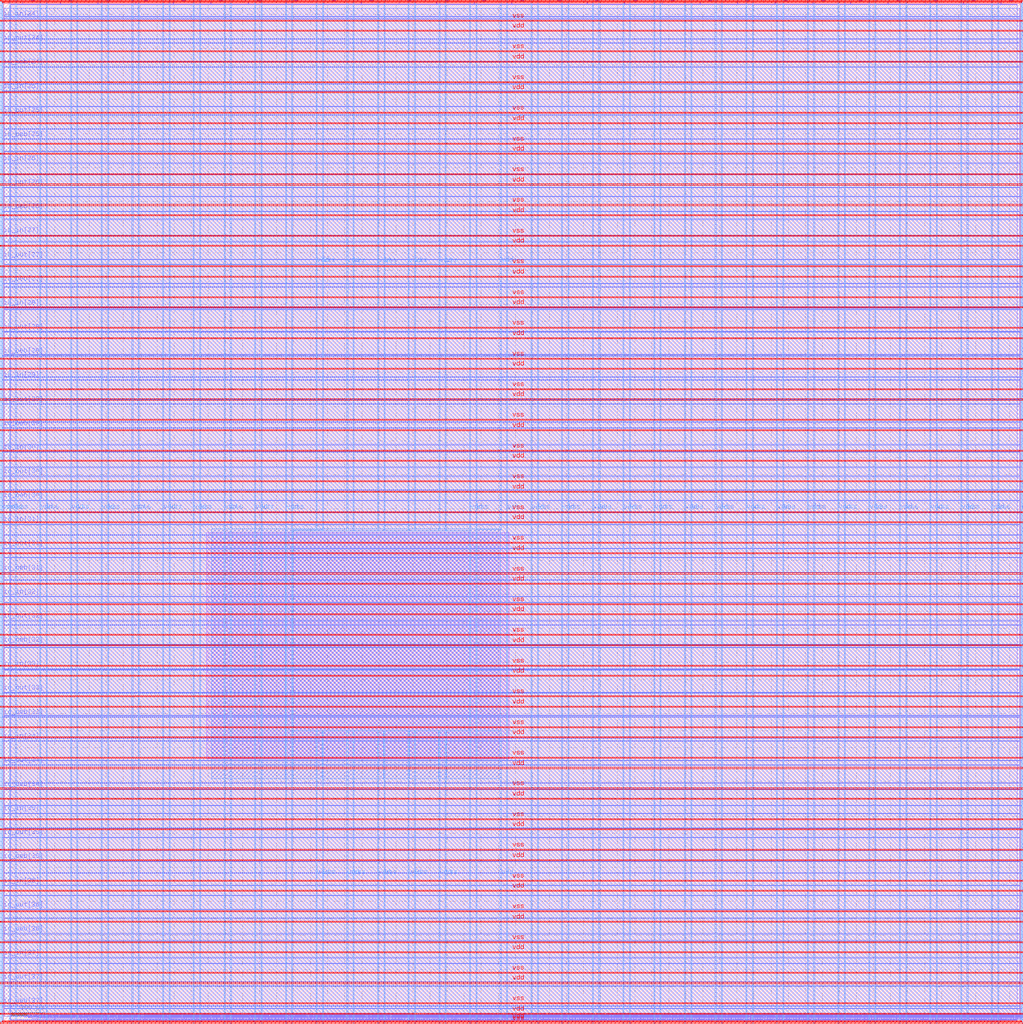
<source format=lef>
VERSION 5.7 ;
  NOWIREEXTENSIONATPIN ON ;
  DIVIDERCHAR "/" ;
  BUSBITCHARS "[]" ;
MACRO user_project_wrapper
  CLASS BLOCK ;
  FOREIGN user_project_wrapper ;
  ORIGIN 0.000 0.000 ;
  SIZE 2980.200 BY 2980.200 ;
  PIN io_in[0]
    DIRECTION INPUT ;
    USE SIGNAL ;
    PORT
      LAYER Metal3 ;
        RECT 2977.800 35.560 2985.000 36.680 ;
    END
  END io_in[0]
  PIN io_in[10]
    DIRECTION INPUT ;
    USE SIGNAL ;
    PORT
      LAYER Metal3 ;
        RECT 2977.800 2017.960 2985.000 2019.080 ;
    END
  END io_in[10]
  PIN io_in[11]
    DIRECTION INPUT ;
    USE SIGNAL ;
    PORT
      LAYER Metal3 ;
        RECT 2977.800 2216.200 2985.000 2217.320 ;
    END
  END io_in[11]
  PIN io_in[12]
    DIRECTION INPUT ;
    USE SIGNAL ;
    PORT
      LAYER Metal3 ;
        RECT 2977.800 2414.440 2985.000 2415.560 ;
    END
  END io_in[12]
  PIN io_in[13]
    DIRECTION INPUT ;
    USE SIGNAL ;
    PORT
      LAYER Metal3 ;
        RECT 2977.800 2612.680 2985.000 2613.800 ;
    END
  END io_in[13]
  PIN io_in[14]
    DIRECTION INPUT ;
    USE SIGNAL ;
    PORT
      LAYER Metal3 ;
        RECT 2977.800 2810.920 2985.000 2812.040 ;
    END
  END io_in[14]
  PIN io_in[15]
    DIRECTION INPUT ;
    USE SIGNAL ;
    PORT
      LAYER Metal2 ;
        RECT 2923.480 2977.800 2924.600 2985.000 ;
    END
  END io_in[15]
  PIN io_in[16]
    DIRECTION INPUT ;
    USE SIGNAL ;
    PORT
      LAYER Metal2 ;
        RECT 2592.520 2977.800 2593.640 2985.000 ;
    END
  END io_in[16]
  PIN io_in[17]
    DIRECTION INPUT ;
    USE SIGNAL ;
    PORT
      LAYER Metal2 ;
        RECT 2261.560 2977.800 2262.680 2985.000 ;
    END
  END io_in[17]
  PIN io_in[18]
    DIRECTION INPUT ;
    USE SIGNAL ;
    PORT
      LAYER Metal2 ;
        RECT 1930.600 2977.800 1931.720 2985.000 ;
    END
  END io_in[18]
  PIN io_in[19]
    DIRECTION INPUT ;
    USE SIGNAL ;
    PORT
      LAYER Metal2 ;
        RECT 1599.640 2977.800 1600.760 2985.000 ;
    END
  END io_in[19]
  PIN io_in[1]
    DIRECTION INPUT ;
    USE SIGNAL ;
    PORT
      LAYER Metal3 ;
        RECT 2977.800 233.800 2985.000 234.920 ;
    END
  END io_in[1]
  PIN io_in[20]
    DIRECTION INPUT ;
    USE SIGNAL ;
    PORT
      LAYER Metal2 ;
        RECT 1268.680 2977.800 1269.800 2985.000 ;
    END
  END io_in[20]
  PIN io_in[21]
    DIRECTION INPUT ;
    USE SIGNAL ;
    PORT
      LAYER Metal2 ;
        RECT 937.720 2977.800 938.840 2985.000 ;
    END
  END io_in[21]
  PIN io_in[22]
    DIRECTION INPUT ;
    USE SIGNAL ;
    PORT
      LAYER Metal2 ;
        RECT 606.760 2977.800 607.880 2985.000 ;
    END
  END io_in[22]
  PIN io_in[23]
    DIRECTION INPUT ;
    USE SIGNAL ;
    PORT
      LAYER Metal2 ;
        RECT 275.800 2977.800 276.920 2985.000 ;
    END
  END io_in[23]
  PIN io_in[24]
    DIRECTION INPUT ;
    USE SIGNAL ;
    PORT
      LAYER Metal3 ;
        RECT -4.800 2935.800 2.400 2936.920 ;
    END
  END io_in[24]
  PIN io_in[25]
    DIRECTION INPUT ;
    USE SIGNAL ;
    PORT
      LAYER Metal3 ;
        RECT -4.800 2724.120 2.400 2725.240 ;
    END
  END io_in[25]
  PIN io_in[26]
    DIRECTION INPUT ;
    USE SIGNAL ;
    PORT
      LAYER Metal3 ;
        RECT -4.800 2512.440 2.400 2513.560 ;
    END
  END io_in[26]
  PIN io_in[27]
    DIRECTION INPUT ;
    USE SIGNAL ;
    PORT
      LAYER Metal3 ;
        RECT -4.800 2300.760 2.400 2301.880 ;
    END
  END io_in[27]
  PIN io_in[28]
    DIRECTION INPUT ;
    USE SIGNAL ;
    PORT
      LAYER Metal3 ;
        RECT -4.800 2089.080 2.400 2090.200 ;
    END
  END io_in[28]
  PIN io_in[29]
    DIRECTION INPUT ;
    USE SIGNAL ;
    PORT
      LAYER Metal3 ;
        RECT -4.800 1877.400 2.400 1878.520 ;
    END
  END io_in[29]
  PIN io_in[2]
    DIRECTION INPUT ;
    USE SIGNAL ;
    PORT
      LAYER Metal3 ;
        RECT 2977.800 432.040 2985.000 433.160 ;
    END
  END io_in[2]
  PIN io_in[30]
    DIRECTION INPUT ;
    USE SIGNAL ;
    PORT
      LAYER Metal3 ;
        RECT -4.800 1665.720 2.400 1666.840 ;
    END
  END io_in[30]
  PIN io_in[31]
    DIRECTION INPUT ;
    USE SIGNAL ;
    PORT
      LAYER Metal3 ;
        RECT -4.800 1454.040 2.400 1455.160 ;
    END
  END io_in[31]
  PIN io_in[32]
    DIRECTION INPUT ;
    USE SIGNAL ;
    PORT
      LAYER Metal3 ;
        RECT -4.800 1242.360 2.400 1243.480 ;
    END
  END io_in[32]
  PIN io_in[33]
    DIRECTION INPUT ;
    USE SIGNAL ;
    PORT
      LAYER Metal3 ;
        RECT -4.800 1030.680 2.400 1031.800 ;
    END
  END io_in[33]
  PIN io_in[34]
    DIRECTION INPUT ;
    USE SIGNAL ;
    PORT
      LAYER Metal3 ;
        RECT -4.800 819.000 2.400 820.120 ;
    END
  END io_in[34]
  PIN io_in[35]
    DIRECTION INPUT ;
    USE SIGNAL ;
    PORT
      LAYER Metal3 ;
        RECT -4.800 607.320 2.400 608.440 ;
    END
  END io_in[35]
  PIN io_in[36]
    DIRECTION INPUT ;
    USE SIGNAL ;
    PORT
      LAYER Metal3 ;
        RECT -4.800 395.640 2.400 396.760 ;
    END
  END io_in[36]
  PIN io_in[37]
    DIRECTION INPUT ;
    USE SIGNAL ;
    PORT
      LAYER Metal3 ;
        RECT -4.800 183.960 2.400 185.080 ;
    END
  END io_in[37]
  PIN io_in[3]
    DIRECTION INPUT ;
    USE SIGNAL ;
    PORT
      LAYER Metal3 ;
        RECT 2977.800 630.280 2985.000 631.400 ;
    END
  END io_in[3]
  PIN io_in[4]
    DIRECTION INPUT ;
    USE SIGNAL ;
    PORT
      LAYER Metal3 ;
        RECT 2977.800 828.520 2985.000 829.640 ;
    END
  END io_in[4]
  PIN io_in[5]
    DIRECTION INPUT ;
    USE SIGNAL ;
    PORT
      LAYER Metal3 ;
        RECT 2977.800 1026.760 2985.000 1027.880 ;
    END
  END io_in[5]
  PIN io_in[6]
    DIRECTION INPUT ;
    USE SIGNAL ;
    PORT
      LAYER Metal3 ;
        RECT 2977.800 1225.000 2985.000 1226.120 ;
    END
  END io_in[6]
  PIN io_in[7]
    DIRECTION INPUT ;
    USE SIGNAL ;
    PORT
      LAYER Metal3 ;
        RECT 2977.800 1423.240 2985.000 1424.360 ;
    END
  END io_in[7]
  PIN io_in[8]
    DIRECTION INPUT ;
    USE SIGNAL ;
    PORT
      LAYER Metal3 ;
        RECT 2977.800 1621.480 2985.000 1622.600 ;
    END
  END io_in[8]
  PIN io_in[9]
    DIRECTION INPUT ;
    USE SIGNAL ;
    PORT
      LAYER Metal3 ;
        RECT 2977.800 1819.720 2985.000 1820.840 ;
    END
  END io_in[9]
  PIN io_oeb[0]
    DIRECTION OUTPUT TRISTATE ;
    USE SIGNAL ;
    PORT
      LAYER Metal3 ;
        RECT 2977.800 167.720 2985.000 168.840 ;
    END
  END io_oeb[0]
  PIN io_oeb[10]
    DIRECTION OUTPUT TRISTATE ;
    USE SIGNAL ;
    PORT
      LAYER Metal3 ;
        RECT 2977.800 2150.120 2985.000 2151.240 ;
    END
  END io_oeb[10]
  PIN io_oeb[11]
    DIRECTION OUTPUT TRISTATE ;
    USE SIGNAL ;
    PORT
      LAYER Metal3 ;
        RECT 2977.800 2348.360 2985.000 2349.480 ;
    END
  END io_oeb[11]
  PIN io_oeb[12]
    DIRECTION OUTPUT TRISTATE ;
    USE SIGNAL ;
    PORT
      LAYER Metal3 ;
        RECT 2977.800 2546.600 2985.000 2547.720 ;
    END
  END io_oeb[12]
  PIN io_oeb[13]
    DIRECTION OUTPUT TRISTATE ;
    USE SIGNAL ;
    PORT
      LAYER Metal3 ;
        RECT 2977.800 2744.840 2985.000 2745.960 ;
    END
  END io_oeb[13]
  PIN io_oeb[14]
    DIRECTION OUTPUT TRISTATE ;
    USE SIGNAL ;
    PORT
      LAYER Metal3 ;
        RECT 2977.800 2943.080 2985.000 2944.200 ;
    END
  END io_oeb[14]
  PIN io_oeb[15]
    DIRECTION OUTPUT TRISTATE ;
    USE SIGNAL ;
    PORT
      LAYER Metal2 ;
        RECT 2702.840 2977.800 2703.960 2985.000 ;
    END
  END io_oeb[15]
  PIN io_oeb[16]
    DIRECTION OUTPUT TRISTATE ;
    USE SIGNAL ;
    PORT
      LAYER Metal2 ;
        RECT 2371.880 2977.800 2373.000 2985.000 ;
    END
  END io_oeb[16]
  PIN io_oeb[17]
    DIRECTION OUTPUT TRISTATE ;
    USE SIGNAL ;
    PORT
      LAYER Metal2 ;
        RECT 2040.920 2977.800 2042.040 2985.000 ;
    END
  END io_oeb[17]
  PIN io_oeb[18]
    DIRECTION OUTPUT TRISTATE ;
    USE SIGNAL ;
    PORT
      LAYER Metal2 ;
        RECT 1709.960 2977.800 1711.080 2985.000 ;
    END
  END io_oeb[18]
  PIN io_oeb[19]
    DIRECTION OUTPUT TRISTATE ;
    USE SIGNAL ;
    PORT
      LAYER Metal2 ;
        RECT 1379.000 2977.800 1380.120 2985.000 ;
    END
  END io_oeb[19]
  PIN io_oeb[1]
    DIRECTION OUTPUT TRISTATE ;
    USE SIGNAL ;
    PORT
      LAYER Metal3 ;
        RECT 2977.800 365.960 2985.000 367.080 ;
    END
  END io_oeb[1]
  PIN io_oeb[20]
    DIRECTION OUTPUT TRISTATE ;
    USE SIGNAL ;
    PORT
      LAYER Metal2 ;
        RECT 1048.040 2977.800 1049.160 2985.000 ;
    END
  END io_oeb[20]
  PIN io_oeb[21]
    DIRECTION OUTPUT TRISTATE ;
    USE SIGNAL ;
    PORT
      LAYER Metal2 ;
        RECT 717.080 2977.800 718.200 2985.000 ;
    END
  END io_oeb[21]
  PIN io_oeb[22]
    DIRECTION OUTPUT TRISTATE ;
    USE SIGNAL ;
    PORT
      LAYER Metal2 ;
        RECT 386.120 2977.800 387.240 2985.000 ;
    END
  END io_oeb[22]
  PIN io_oeb[23]
    DIRECTION OUTPUT TRISTATE ;
    USE SIGNAL ;
    PORT
      LAYER Metal2 ;
        RECT 55.160 2977.800 56.280 2985.000 ;
    END
  END io_oeb[23]
  PIN io_oeb[24]
    DIRECTION OUTPUT TRISTATE ;
    USE SIGNAL ;
    PORT
      LAYER Metal3 ;
        RECT -4.800 2794.680 2.400 2795.800 ;
    END
  END io_oeb[24]
  PIN io_oeb[25]
    DIRECTION OUTPUT TRISTATE ;
    USE SIGNAL ;
    PORT
      LAYER Metal3 ;
        RECT -4.800 2583.000 2.400 2584.120 ;
    END
  END io_oeb[25]
  PIN io_oeb[26]
    DIRECTION OUTPUT TRISTATE ;
    USE SIGNAL ;
    PORT
      LAYER Metal3 ;
        RECT -4.800 2371.320 2.400 2372.440 ;
    END
  END io_oeb[26]
  PIN io_oeb[27]
    DIRECTION OUTPUT TRISTATE ;
    USE SIGNAL ;
    PORT
      LAYER Metal3 ;
        RECT -4.800 2159.640 2.400 2160.760 ;
    END
  END io_oeb[27]
  PIN io_oeb[28]
    DIRECTION OUTPUT TRISTATE ;
    USE SIGNAL ;
    PORT
      LAYER Metal3 ;
        RECT -4.800 1947.960 2.400 1949.080 ;
    END
  END io_oeb[28]
  PIN io_oeb[29]
    DIRECTION OUTPUT TRISTATE ;
    USE SIGNAL ;
    PORT
      LAYER Metal3 ;
        RECT -4.800 1736.280 2.400 1737.400 ;
    END
  END io_oeb[29]
  PIN io_oeb[2]
    DIRECTION OUTPUT TRISTATE ;
    USE SIGNAL ;
    PORT
      LAYER Metal3 ;
        RECT 2977.800 564.200 2985.000 565.320 ;
    END
  END io_oeb[2]
  PIN io_oeb[30]
    DIRECTION OUTPUT TRISTATE ;
    USE SIGNAL ;
    PORT
      LAYER Metal3 ;
        RECT -4.800 1524.600 2.400 1525.720 ;
    END
  END io_oeb[30]
  PIN io_oeb[31]
    DIRECTION OUTPUT TRISTATE ;
    USE SIGNAL ;
    PORT
      LAYER Metal3 ;
        RECT -4.800 1312.920 2.400 1314.040 ;
    END
  END io_oeb[31]
  PIN io_oeb[32]
    DIRECTION OUTPUT TRISTATE ;
    USE SIGNAL ;
    PORT
      LAYER Metal3 ;
        RECT -4.800 1101.240 2.400 1102.360 ;
    END
  END io_oeb[32]
  PIN io_oeb[33]
    DIRECTION OUTPUT TRISTATE ;
    USE SIGNAL ;
    PORT
      LAYER Metal3 ;
        RECT -4.800 889.560 2.400 890.680 ;
    END
  END io_oeb[33]
  PIN io_oeb[34]
    DIRECTION OUTPUT TRISTATE ;
    USE SIGNAL ;
    PORT
      LAYER Metal3 ;
        RECT -4.800 677.880 2.400 679.000 ;
    END
  END io_oeb[34]
  PIN io_oeb[35]
    DIRECTION OUTPUT TRISTATE ;
    USE SIGNAL ;
    PORT
      LAYER Metal3 ;
        RECT -4.800 466.200 2.400 467.320 ;
    END
  END io_oeb[35]
  PIN io_oeb[36]
    DIRECTION OUTPUT TRISTATE ;
    USE SIGNAL ;
    PORT
      LAYER Metal3 ;
        RECT -4.800 254.520 2.400 255.640 ;
    END
  END io_oeb[36]
  PIN io_oeb[37]
    DIRECTION OUTPUT TRISTATE ;
    USE SIGNAL ;
    PORT
      LAYER Metal3 ;
        RECT -4.800 42.840 2.400 43.960 ;
    END
  END io_oeb[37]
  PIN io_oeb[3]
    DIRECTION OUTPUT TRISTATE ;
    USE SIGNAL ;
    PORT
      LAYER Metal3 ;
        RECT 2977.800 762.440 2985.000 763.560 ;
    END
  END io_oeb[3]
  PIN io_oeb[4]
    DIRECTION OUTPUT TRISTATE ;
    USE SIGNAL ;
    PORT
      LAYER Metal3 ;
        RECT 2977.800 960.680 2985.000 961.800 ;
    END
  END io_oeb[4]
  PIN io_oeb[5]
    DIRECTION OUTPUT TRISTATE ;
    USE SIGNAL ;
    PORT
      LAYER Metal3 ;
        RECT 2977.800 1158.920 2985.000 1160.040 ;
    END
  END io_oeb[5]
  PIN io_oeb[6]
    DIRECTION OUTPUT TRISTATE ;
    USE SIGNAL ;
    PORT
      LAYER Metal3 ;
        RECT 2977.800 1357.160 2985.000 1358.280 ;
    END
  END io_oeb[6]
  PIN io_oeb[7]
    DIRECTION OUTPUT TRISTATE ;
    USE SIGNAL ;
    PORT
      LAYER Metal3 ;
        RECT 2977.800 1555.400 2985.000 1556.520 ;
    END
  END io_oeb[7]
  PIN io_oeb[8]
    DIRECTION OUTPUT TRISTATE ;
    USE SIGNAL ;
    PORT
      LAYER Metal3 ;
        RECT 2977.800 1753.640 2985.000 1754.760 ;
    END
  END io_oeb[8]
  PIN io_oeb[9]
    DIRECTION OUTPUT TRISTATE ;
    USE SIGNAL ;
    PORT
      LAYER Metal3 ;
        RECT 2977.800 1951.880 2985.000 1953.000 ;
    END
  END io_oeb[9]
  PIN io_out[0]
    DIRECTION OUTPUT TRISTATE ;
    USE SIGNAL ;
    PORT
      LAYER Metal3 ;
        RECT 2977.800 101.640 2985.000 102.760 ;
    END
  END io_out[0]
  PIN io_out[10]
    DIRECTION OUTPUT TRISTATE ;
    USE SIGNAL ;
    PORT
      LAYER Metal3 ;
        RECT 2977.800 2084.040 2985.000 2085.160 ;
    END
  END io_out[10]
  PIN io_out[11]
    DIRECTION OUTPUT TRISTATE ;
    USE SIGNAL ;
    PORT
      LAYER Metal3 ;
        RECT 2977.800 2282.280 2985.000 2283.400 ;
    END
  END io_out[11]
  PIN io_out[12]
    DIRECTION OUTPUT TRISTATE ;
    USE SIGNAL ;
    PORT
      LAYER Metal3 ;
        RECT 2977.800 2480.520 2985.000 2481.640 ;
    END
  END io_out[12]
  PIN io_out[13]
    DIRECTION OUTPUT TRISTATE ;
    USE SIGNAL ;
    PORT
      LAYER Metal3 ;
        RECT 2977.800 2678.760 2985.000 2679.880 ;
    END
  END io_out[13]
  PIN io_out[14]
    DIRECTION OUTPUT TRISTATE ;
    USE SIGNAL ;
    PORT
      LAYER Metal3 ;
        RECT 2977.800 2877.000 2985.000 2878.120 ;
    END
  END io_out[14]
  PIN io_out[15]
    DIRECTION OUTPUT TRISTATE ;
    USE SIGNAL ;
    PORT
      LAYER Metal2 ;
        RECT 2813.160 2977.800 2814.280 2985.000 ;
    END
  END io_out[15]
  PIN io_out[16]
    DIRECTION OUTPUT TRISTATE ;
    USE SIGNAL ;
    PORT
      LAYER Metal2 ;
        RECT 2482.200 2977.800 2483.320 2985.000 ;
    END
  END io_out[16]
  PIN io_out[17]
    DIRECTION OUTPUT TRISTATE ;
    USE SIGNAL ;
    PORT
      LAYER Metal2 ;
        RECT 2151.240 2977.800 2152.360 2985.000 ;
    END
  END io_out[17]
  PIN io_out[18]
    DIRECTION OUTPUT TRISTATE ;
    USE SIGNAL ;
    PORT
      LAYER Metal2 ;
        RECT 1820.280 2977.800 1821.400 2985.000 ;
    END
  END io_out[18]
  PIN io_out[19]
    DIRECTION OUTPUT TRISTATE ;
    USE SIGNAL ;
    PORT
      LAYER Metal2 ;
        RECT 1489.320 2977.800 1490.440 2985.000 ;
    END
  END io_out[19]
  PIN io_out[1]
    DIRECTION OUTPUT TRISTATE ;
    USE SIGNAL ;
    PORT
      LAYER Metal3 ;
        RECT 2977.800 299.880 2985.000 301.000 ;
    END
  END io_out[1]
  PIN io_out[20]
    DIRECTION OUTPUT TRISTATE ;
    USE SIGNAL ;
    PORT
      LAYER Metal2 ;
        RECT 1158.360 2977.800 1159.480 2985.000 ;
    END
  END io_out[20]
  PIN io_out[21]
    DIRECTION OUTPUT TRISTATE ;
    USE SIGNAL ;
    PORT
      LAYER Metal2 ;
        RECT 827.400 2977.800 828.520 2985.000 ;
    END
  END io_out[21]
  PIN io_out[22]
    DIRECTION OUTPUT TRISTATE ;
    USE SIGNAL ;
    PORT
      LAYER Metal2 ;
        RECT 496.440 2977.800 497.560 2985.000 ;
    END
  END io_out[22]
  PIN io_out[23]
    DIRECTION OUTPUT TRISTATE ;
    USE SIGNAL ;
    PORT
      LAYER Metal2 ;
        RECT 165.480 2977.800 166.600 2985.000 ;
    END
  END io_out[23]
  PIN io_out[24]
    DIRECTION OUTPUT TRISTATE ;
    USE SIGNAL ;
    PORT
      LAYER Metal3 ;
        RECT -4.800 2865.240 2.400 2866.360 ;
    END
  END io_out[24]
  PIN io_out[25]
    DIRECTION OUTPUT TRISTATE ;
    USE SIGNAL ;
    PORT
      LAYER Metal3 ;
        RECT -4.800 2653.560 2.400 2654.680 ;
    END
  END io_out[25]
  PIN io_out[26]
    DIRECTION OUTPUT TRISTATE ;
    USE SIGNAL ;
    PORT
      LAYER Metal3 ;
        RECT -4.800 2441.880 2.400 2443.000 ;
    END
  END io_out[26]
  PIN io_out[27]
    DIRECTION OUTPUT TRISTATE ;
    USE SIGNAL ;
    PORT
      LAYER Metal3 ;
        RECT -4.800 2230.200 2.400 2231.320 ;
    END
  END io_out[27]
  PIN io_out[28]
    DIRECTION OUTPUT TRISTATE ;
    USE SIGNAL ;
    PORT
      LAYER Metal3 ;
        RECT -4.800 2018.520 2.400 2019.640 ;
    END
  END io_out[28]
  PIN io_out[29]
    DIRECTION OUTPUT TRISTATE ;
    USE SIGNAL ;
    PORT
      LAYER Metal3 ;
        RECT -4.800 1806.840 2.400 1807.960 ;
    END
  END io_out[29]
  PIN io_out[2]
    DIRECTION OUTPUT TRISTATE ;
    USE SIGNAL ;
    PORT
      LAYER Metal3 ;
        RECT 2977.800 498.120 2985.000 499.240 ;
    END
  END io_out[2]
  PIN io_out[30]
    DIRECTION OUTPUT TRISTATE ;
    USE SIGNAL ;
    PORT
      LAYER Metal3 ;
        RECT -4.800 1595.160 2.400 1596.280 ;
    END
  END io_out[30]
  PIN io_out[31]
    DIRECTION OUTPUT TRISTATE ;
    USE SIGNAL ;
    PORT
      LAYER Metal3 ;
        RECT -4.800 1383.480 2.400 1384.600 ;
    END
  END io_out[31]
  PIN io_out[32]
    DIRECTION OUTPUT TRISTATE ;
    USE SIGNAL ;
    PORT
      LAYER Metal3 ;
        RECT -4.800 1171.800 2.400 1172.920 ;
    END
  END io_out[32]
  PIN io_out[33]
    DIRECTION OUTPUT TRISTATE ;
    USE SIGNAL ;
    PORT
      LAYER Metal3 ;
        RECT -4.800 960.120 2.400 961.240 ;
    END
  END io_out[33]
  PIN io_out[34]
    DIRECTION OUTPUT TRISTATE ;
    USE SIGNAL ;
    PORT
      LAYER Metal3 ;
        RECT -4.800 748.440 2.400 749.560 ;
    END
  END io_out[34]
  PIN io_out[35]
    DIRECTION OUTPUT TRISTATE ;
    USE SIGNAL ;
    PORT
      LAYER Metal3 ;
        RECT -4.800 536.760 2.400 537.880 ;
    END
  END io_out[35]
  PIN io_out[36]
    DIRECTION OUTPUT TRISTATE ;
    USE SIGNAL ;
    PORT
      LAYER Metal3 ;
        RECT -4.800 325.080 2.400 326.200 ;
    END
  END io_out[36]
  PIN io_out[37]
    DIRECTION OUTPUT TRISTATE ;
    USE SIGNAL ;
    PORT
      LAYER Metal3 ;
        RECT -4.800 113.400 2.400 114.520 ;
    END
  END io_out[37]
  PIN io_out[3]
    DIRECTION OUTPUT TRISTATE ;
    USE SIGNAL ;
    PORT
      LAYER Metal3 ;
        RECT 2977.800 696.360 2985.000 697.480 ;
    END
  END io_out[3]
  PIN io_out[4]
    DIRECTION OUTPUT TRISTATE ;
    USE SIGNAL ;
    PORT
      LAYER Metal3 ;
        RECT 2977.800 894.600 2985.000 895.720 ;
    END
  END io_out[4]
  PIN io_out[5]
    DIRECTION OUTPUT TRISTATE ;
    USE SIGNAL ;
    PORT
      LAYER Metal3 ;
        RECT 2977.800 1092.840 2985.000 1093.960 ;
    END
  END io_out[5]
  PIN io_out[6]
    DIRECTION OUTPUT TRISTATE ;
    USE SIGNAL ;
    PORT
      LAYER Metal3 ;
        RECT 2977.800 1291.080 2985.000 1292.200 ;
    END
  END io_out[6]
  PIN io_out[7]
    DIRECTION OUTPUT TRISTATE ;
    USE SIGNAL ;
    PORT
      LAYER Metal3 ;
        RECT 2977.800 1489.320 2985.000 1490.440 ;
    END
  END io_out[7]
  PIN io_out[8]
    DIRECTION OUTPUT TRISTATE ;
    USE SIGNAL ;
    PORT
      LAYER Metal3 ;
        RECT 2977.800 1687.560 2985.000 1688.680 ;
    END
  END io_out[8]
  PIN io_out[9]
    DIRECTION OUTPUT TRISTATE ;
    USE SIGNAL ;
    PORT
      LAYER Metal3 ;
        RECT 2977.800 1885.800 2985.000 1886.920 ;
    END
  END io_out[9]
  PIN la_data_in[0]
    DIRECTION INPUT ;
    USE SIGNAL ;
    PORT
      LAYER Metal2 ;
        RECT 1065.960 -4.800 1067.080 2.400 ;
    END
  END la_data_in[0]
  PIN la_data_in[10]
    DIRECTION INPUT ;
    USE SIGNAL ;
    PORT
      LAYER Metal2 ;
        RECT 1351.560 -4.800 1352.680 2.400 ;
    END
  END la_data_in[10]
  PIN la_data_in[11]
    DIRECTION INPUT ;
    USE SIGNAL ;
    PORT
      LAYER Metal2 ;
        RECT 1380.120 -4.800 1381.240 2.400 ;
    END
  END la_data_in[11]
  PIN la_data_in[12]
    DIRECTION INPUT ;
    USE SIGNAL ;
    PORT
      LAYER Metal2 ;
        RECT 1408.680 -4.800 1409.800 2.400 ;
    END
  END la_data_in[12]
  PIN la_data_in[13]
    DIRECTION INPUT ;
    USE SIGNAL ;
    PORT
      LAYER Metal2 ;
        RECT 1437.240 -4.800 1438.360 2.400 ;
    END
  END la_data_in[13]
  PIN la_data_in[14]
    DIRECTION INPUT ;
    USE SIGNAL ;
    PORT
      LAYER Metal2 ;
        RECT 1465.800 -4.800 1466.920 2.400 ;
    END
  END la_data_in[14]
  PIN la_data_in[15]
    DIRECTION INPUT ;
    USE SIGNAL ;
    PORT
      LAYER Metal2 ;
        RECT 1494.360 -4.800 1495.480 2.400 ;
    END
  END la_data_in[15]
  PIN la_data_in[16]
    DIRECTION INPUT ;
    USE SIGNAL ;
    PORT
      LAYER Metal2 ;
        RECT 1522.920 -4.800 1524.040 2.400 ;
    END
  END la_data_in[16]
  PIN la_data_in[17]
    DIRECTION INPUT ;
    USE SIGNAL ;
    PORT
      LAYER Metal2 ;
        RECT 1551.480 -4.800 1552.600 2.400 ;
    END
  END la_data_in[17]
  PIN la_data_in[18]
    DIRECTION INPUT ;
    USE SIGNAL ;
    PORT
      LAYER Metal2 ;
        RECT 1580.040 -4.800 1581.160 2.400 ;
    END
  END la_data_in[18]
  PIN la_data_in[19]
    DIRECTION INPUT ;
    USE SIGNAL ;
    PORT
      LAYER Metal2 ;
        RECT 1608.600 -4.800 1609.720 2.400 ;
    END
  END la_data_in[19]
  PIN la_data_in[1]
    DIRECTION INPUT ;
    USE SIGNAL ;
    PORT
      LAYER Metal2 ;
        RECT 1094.520 -4.800 1095.640 2.400 ;
    END
  END la_data_in[1]
  PIN la_data_in[20]
    DIRECTION INPUT ;
    USE SIGNAL ;
    PORT
      LAYER Metal2 ;
        RECT 1637.160 -4.800 1638.280 2.400 ;
    END
  END la_data_in[20]
  PIN la_data_in[21]
    DIRECTION INPUT ;
    USE SIGNAL ;
    PORT
      LAYER Metal2 ;
        RECT 1665.720 -4.800 1666.840 2.400 ;
    END
  END la_data_in[21]
  PIN la_data_in[22]
    DIRECTION INPUT ;
    USE SIGNAL ;
    PORT
      LAYER Metal2 ;
        RECT 1694.280 -4.800 1695.400 2.400 ;
    END
  END la_data_in[22]
  PIN la_data_in[23]
    DIRECTION INPUT ;
    USE SIGNAL ;
    PORT
      LAYER Metal2 ;
        RECT 1722.840 -4.800 1723.960 2.400 ;
    END
  END la_data_in[23]
  PIN la_data_in[24]
    DIRECTION INPUT ;
    USE SIGNAL ;
    PORT
      LAYER Metal2 ;
        RECT 1751.400 -4.800 1752.520 2.400 ;
    END
  END la_data_in[24]
  PIN la_data_in[25]
    DIRECTION INPUT ;
    USE SIGNAL ;
    PORT
      LAYER Metal2 ;
        RECT 1779.960 -4.800 1781.080 2.400 ;
    END
  END la_data_in[25]
  PIN la_data_in[26]
    DIRECTION INPUT ;
    USE SIGNAL ;
    PORT
      LAYER Metal2 ;
        RECT 1808.520 -4.800 1809.640 2.400 ;
    END
  END la_data_in[26]
  PIN la_data_in[27]
    DIRECTION INPUT ;
    USE SIGNAL ;
    PORT
      LAYER Metal2 ;
        RECT 1837.080 -4.800 1838.200 2.400 ;
    END
  END la_data_in[27]
  PIN la_data_in[28]
    DIRECTION INPUT ;
    USE SIGNAL ;
    PORT
      LAYER Metal2 ;
        RECT 1865.640 -4.800 1866.760 2.400 ;
    END
  END la_data_in[28]
  PIN la_data_in[29]
    DIRECTION INPUT ;
    USE SIGNAL ;
    PORT
      LAYER Metal2 ;
        RECT 1894.200 -4.800 1895.320 2.400 ;
    END
  END la_data_in[29]
  PIN la_data_in[2]
    DIRECTION INPUT ;
    USE SIGNAL ;
    PORT
      LAYER Metal2 ;
        RECT 1123.080 -4.800 1124.200 2.400 ;
    END
  END la_data_in[2]
  PIN la_data_in[30]
    DIRECTION INPUT ;
    USE SIGNAL ;
    PORT
      LAYER Metal2 ;
        RECT 1922.760 -4.800 1923.880 2.400 ;
    END
  END la_data_in[30]
  PIN la_data_in[31]
    DIRECTION INPUT ;
    USE SIGNAL ;
    PORT
      LAYER Metal2 ;
        RECT 1951.320 -4.800 1952.440 2.400 ;
    END
  END la_data_in[31]
  PIN la_data_in[32]
    DIRECTION INPUT ;
    USE SIGNAL ;
    PORT
      LAYER Metal2 ;
        RECT 1979.880 -4.800 1981.000 2.400 ;
    END
  END la_data_in[32]
  PIN la_data_in[33]
    DIRECTION INPUT ;
    USE SIGNAL ;
    PORT
      LAYER Metal2 ;
        RECT 2008.440 -4.800 2009.560 2.400 ;
    END
  END la_data_in[33]
  PIN la_data_in[34]
    DIRECTION INPUT ;
    USE SIGNAL ;
    PORT
      LAYER Metal2 ;
        RECT 2037.000 -4.800 2038.120 2.400 ;
    END
  END la_data_in[34]
  PIN la_data_in[35]
    DIRECTION INPUT ;
    USE SIGNAL ;
    PORT
      LAYER Metal2 ;
        RECT 2065.560 -4.800 2066.680 2.400 ;
    END
  END la_data_in[35]
  PIN la_data_in[36]
    DIRECTION INPUT ;
    USE SIGNAL ;
    PORT
      LAYER Metal2 ;
        RECT 2094.120 -4.800 2095.240 2.400 ;
    END
  END la_data_in[36]
  PIN la_data_in[37]
    DIRECTION INPUT ;
    USE SIGNAL ;
    PORT
      LAYER Metal2 ;
        RECT 2122.680 -4.800 2123.800 2.400 ;
    END
  END la_data_in[37]
  PIN la_data_in[38]
    DIRECTION INPUT ;
    USE SIGNAL ;
    PORT
      LAYER Metal2 ;
        RECT 2151.240 -4.800 2152.360 2.400 ;
    END
  END la_data_in[38]
  PIN la_data_in[39]
    DIRECTION INPUT ;
    USE SIGNAL ;
    PORT
      LAYER Metal2 ;
        RECT 2179.800 -4.800 2180.920 2.400 ;
    END
  END la_data_in[39]
  PIN la_data_in[3]
    DIRECTION INPUT ;
    USE SIGNAL ;
    PORT
      LAYER Metal2 ;
        RECT 1151.640 -4.800 1152.760 2.400 ;
    END
  END la_data_in[3]
  PIN la_data_in[40]
    DIRECTION INPUT ;
    USE SIGNAL ;
    PORT
      LAYER Metal2 ;
        RECT 2208.360 -4.800 2209.480 2.400 ;
    END
  END la_data_in[40]
  PIN la_data_in[41]
    DIRECTION INPUT ;
    USE SIGNAL ;
    PORT
      LAYER Metal2 ;
        RECT 2236.920 -4.800 2238.040 2.400 ;
    END
  END la_data_in[41]
  PIN la_data_in[42]
    DIRECTION INPUT ;
    USE SIGNAL ;
    PORT
      LAYER Metal2 ;
        RECT 2265.480 -4.800 2266.600 2.400 ;
    END
  END la_data_in[42]
  PIN la_data_in[43]
    DIRECTION INPUT ;
    USE SIGNAL ;
    PORT
      LAYER Metal2 ;
        RECT 2294.040 -4.800 2295.160 2.400 ;
    END
  END la_data_in[43]
  PIN la_data_in[44]
    DIRECTION INPUT ;
    USE SIGNAL ;
    PORT
      LAYER Metal2 ;
        RECT 2322.600 -4.800 2323.720 2.400 ;
    END
  END la_data_in[44]
  PIN la_data_in[45]
    DIRECTION INPUT ;
    USE SIGNAL ;
    PORT
      LAYER Metal2 ;
        RECT 2351.160 -4.800 2352.280 2.400 ;
    END
  END la_data_in[45]
  PIN la_data_in[46]
    DIRECTION INPUT ;
    USE SIGNAL ;
    PORT
      LAYER Metal2 ;
        RECT 2379.720 -4.800 2380.840 2.400 ;
    END
  END la_data_in[46]
  PIN la_data_in[47]
    DIRECTION INPUT ;
    USE SIGNAL ;
    PORT
      LAYER Metal2 ;
        RECT 2408.280 -4.800 2409.400 2.400 ;
    END
  END la_data_in[47]
  PIN la_data_in[48]
    DIRECTION INPUT ;
    USE SIGNAL ;
    PORT
      LAYER Metal2 ;
        RECT 2436.840 -4.800 2437.960 2.400 ;
    END
  END la_data_in[48]
  PIN la_data_in[49]
    DIRECTION INPUT ;
    USE SIGNAL ;
    PORT
      LAYER Metal2 ;
        RECT 2465.400 -4.800 2466.520 2.400 ;
    END
  END la_data_in[49]
  PIN la_data_in[4]
    DIRECTION INPUT ;
    USE SIGNAL ;
    PORT
      LAYER Metal2 ;
        RECT 1180.200 -4.800 1181.320 2.400 ;
    END
  END la_data_in[4]
  PIN la_data_in[50]
    DIRECTION INPUT ;
    USE SIGNAL ;
    PORT
      LAYER Metal2 ;
        RECT 2493.960 -4.800 2495.080 2.400 ;
    END
  END la_data_in[50]
  PIN la_data_in[51]
    DIRECTION INPUT ;
    USE SIGNAL ;
    PORT
      LAYER Metal2 ;
        RECT 2522.520 -4.800 2523.640 2.400 ;
    END
  END la_data_in[51]
  PIN la_data_in[52]
    DIRECTION INPUT ;
    USE SIGNAL ;
    PORT
      LAYER Metal2 ;
        RECT 2551.080 -4.800 2552.200 2.400 ;
    END
  END la_data_in[52]
  PIN la_data_in[53]
    DIRECTION INPUT ;
    USE SIGNAL ;
    PORT
      LAYER Metal2 ;
        RECT 2579.640 -4.800 2580.760 2.400 ;
    END
  END la_data_in[53]
  PIN la_data_in[54]
    DIRECTION INPUT ;
    USE SIGNAL ;
    PORT
      LAYER Metal2 ;
        RECT 2608.200 -4.800 2609.320 2.400 ;
    END
  END la_data_in[54]
  PIN la_data_in[55]
    DIRECTION INPUT ;
    USE SIGNAL ;
    PORT
      LAYER Metal2 ;
        RECT 2636.760 -4.800 2637.880 2.400 ;
    END
  END la_data_in[55]
  PIN la_data_in[56]
    DIRECTION INPUT ;
    USE SIGNAL ;
    PORT
      LAYER Metal2 ;
        RECT 2665.320 -4.800 2666.440 2.400 ;
    END
  END la_data_in[56]
  PIN la_data_in[57]
    DIRECTION INPUT ;
    USE SIGNAL ;
    PORT
      LAYER Metal2 ;
        RECT 2693.880 -4.800 2695.000 2.400 ;
    END
  END la_data_in[57]
  PIN la_data_in[58]
    DIRECTION INPUT ;
    USE SIGNAL ;
    PORT
      LAYER Metal2 ;
        RECT 2722.440 -4.800 2723.560 2.400 ;
    END
  END la_data_in[58]
  PIN la_data_in[59]
    DIRECTION INPUT ;
    USE SIGNAL ;
    PORT
      LAYER Metal2 ;
        RECT 2751.000 -4.800 2752.120 2.400 ;
    END
  END la_data_in[59]
  PIN la_data_in[5]
    DIRECTION INPUT ;
    USE SIGNAL ;
    PORT
      LAYER Metal2 ;
        RECT 1208.760 -4.800 1209.880 2.400 ;
    END
  END la_data_in[5]
  PIN la_data_in[60]
    DIRECTION INPUT ;
    USE SIGNAL ;
    PORT
      LAYER Metal2 ;
        RECT 2779.560 -4.800 2780.680 2.400 ;
    END
  END la_data_in[60]
  PIN la_data_in[61]
    DIRECTION INPUT ;
    USE SIGNAL ;
    PORT
      LAYER Metal2 ;
        RECT 2808.120 -4.800 2809.240 2.400 ;
    END
  END la_data_in[61]
  PIN la_data_in[62]
    DIRECTION INPUT ;
    USE SIGNAL ;
    PORT
      LAYER Metal2 ;
        RECT 2836.680 -4.800 2837.800 2.400 ;
    END
  END la_data_in[62]
  PIN la_data_in[63]
    DIRECTION INPUT ;
    USE SIGNAL ;
    PORT
      LAYER Metal2 ;
        RECT 2865.240 -4.800 2866.360 2.400 ;
    END
  END la_data_in[63]
  PIN la_data_in[6]
    DIRECTION INPUT ;
    USE SIGNAL ;
    PORT
      LAYER Metal2 ;
        RECT 1237.320 -4.800 1238.440 2.400 ;
    END
  END la_data_in[6]
  PIN la_data_in[7]
    DIRECTION INPUT ;
    USE SIGNAL ;
    PORT
      LAYER Metal2 ;
        RECT 1265.880 -4.800 1267.000 2.400 ;
    END
  END la_data_in[7]
  PIN la_data_in[8]
    DIRECTION INPUT ;
    USE SIGNAL ;
    PORT
      LAYER Metal2 ;
        RECT 1294.440 -4.800 1295.560 2.400 ;
    END
  END la_data_in[8]
  PIN la_data_in[9]
    DIRECTION INPUT ;
    USE SIGNAL ;
    PORT
      LAYER Metal2 ;
        RECT 1323.000 -4.800 1324.120 2.400 ;
    END
  END la_data_in[9]
  PIN la_data_out[0]
    DIRECTION OUTPUT TRISTATE ;
    USE SIGNAL ;
    PORT
      LAYER Metal2 ;
        RECT 1075.480 -4.800 1076.600 2.400 ;
    END
  END la_data_out[0]
  PIN la_data_out[10]
    DIRECTION OUTPUT TRISTATE ;
    USE SIGNAL ;
    PORT
      LAYER Metal2 ;
        RECT 1361.080 -4.800 1362.200 2.400 ;
    END
  END la_data_out[10]
  PIN la_data_out[11]
    DIRECTION OUTPUT TRISTATE ;
    USE SIGNAL ;
    PORT
      LAYER Metal2 ;
        RECT 1389.640 -4.800 1390.760 2.400 ;
    END
  END la_data_out[11]
  PIN la_data_out[12]
    DIRECTION OUTPUT TRISTATE ;
    USE SIGNAL ;
    PORT
      LAYER Metal2 ;
        RECT 1418.200 -4.800 1419.320 2.400 ;
    END
  END la_data_out[12]
  PIN la_data_out[13]
    DIRECTION OUTPUT TRISTATE ;
    USE SIGNAL ;
    PORT
      LAYER Metal2 ;
        RECT 1446.760 -4.800 1447.880 2.400 ;
    END
  END la_data_out[13]
  PIN la_data_out[14]
    DIRECTION OUTPUT TRISTATE ;
    USE SIGNAL ;
    PORT
      LAYER Metal2 ;
        RECT 1475.320 -4.800 1476.440 2.400 ;
    END
  END la_data_out[14]
  PIN la_data_out[15]
    DIRECTION OUTPUT TRISTATE ;
    USE SIGNAL ;
    PORT
      LAYER Metal2 ;
        RECT 1503.880 -4.800 1505.000 2.400 ;
    END
  END la_data_out[15]
  PIN la_data_out[16]
    DIRECTION OUTPUT TRISTATE ;
    USE SIGNAL ;
    PORT
      LAYER Metal2 ;
        RECT 1532.440 -4.800 1533.560 2.400 ;
    END
  END la_data_out[16]
  PIN la_data_out[17]
    DIRECTION OUTPUT TRISTATE ;
    USE SIGNAL ;
    PORT
      LAYER Metal2 ;
        RECT 1561.000 -4.800 1562.120 2.400 ;
    END
  END la_data_out[17]
  PIN la_data_out[18]
    DIRECTION OUTPUT TRISTATE ;
    USE SIGNAL ;
    PORT
      LAYER Metal2 ;
        RECT 1589.560 -4.800 1590.680 2.400 ;
    END
  END la_data_out[18]
  PIN la_data_out[19]
    DIRECTION OUTPUT TRISTATE ;
    USE SIGNAL ;
    PORT
      LAYER Metal2 ;
        RECT 1618.120 -4.800 1619.240 2.400 ;
    END
  END la_data_out[19]
  PIN la_data_out[1]
    DIRECTION OUTPUT TRISTATE ;
    USE SIGNAL ;
    PORT
      LAYER Metal2 ;
        RECT 1104.040 -4.800 1105.160 2.400 ;
    END
  END la_data_out[1]
  PIN la_data_out[20]
    DIRECTION OUTPUT TRISTATE ;
    USE SIGNAL ;
    PORT
      LAYER Metal2 ;
        RECT 1646.680 -4.800 1647.800 2.400 ;
    END
  END la_data_out[20]
  PIN la_data_out[21]
    DIRECTION OUTPUT TRISTATE ;
    USE SIGNAL ;
    PORT
      LAYER Metal2 ;
        RECT 1675.240 -4.800 1676.360 2.400 ;
    END
  END la_data_out[21]
  PIN la_data_out[22]
    DIRECTION OUTPUT TRISTATE ;
    USE SIGNAL ;
    PORT
      LAYER Metal2 ;
        RECT 1703.800 -4.800 1704.920 2.400 ;
    END
  END la_data_out[22]
  PIN la_data_out[23]
    DIRECTION OUTPUT TRISTATE ;
    USE SIGNAL ;
    PORT
      LAYER Metal2 ;
        RECT 1732.360 -4.800 1733.480 2.400 ;
    END
  END la_data_out[23]
  PIN la_data_out[24]
    DIRECTION OUTPUT TRISTATE ;
    USE SIGNAL ;
    PORT
      LAYER Metal2 ;
        RECT 1760.920 -4.800 1762.040 2.400 ;
    END
  END la_data_out[24]
  PIN la_data_out[25]
    DIRECTION OUTPUT TRISTATE ;
    USE SIGNAL ;
    PORT
      LAYER Metal2 ;
        RECT 1789.480 -4.800 1790.600 2.400 ;
    END
  END la_data_out[25]
  PIN la_data_out[26]
    DIRECTION OUTPUT TRISTATE ;
    USE SIGNAL ;
    PORT
      LAYER Metal2 ;
        RECT 1818.040 -4.800 1819.160 2.400 ;
    END
  END la_data_out[26]
  PIN la_data_out[27]
    DIRECTION OUTPUT TRISTATE ;
    USE SIGNAL ;
    PORT
      LAYER Metal2 ;
        RECT 1846.600 -4.800 1847.720 2.400 ;
    END
  END la_data_out[27]
  PIN la_data_out[28]
    DIRECTION OUTPUT TRISTATE ;
    USE SIGNAL ;
    PORT
      LAYER Metal2 ;
        RECT 1875.160 -4.800 1876.280 2.400 ;
    END
  END la_data_out[28]
  PIN la_data_out[29]
    DIRECTION OUTPUT TRISTATE ;
    USE SIGNAL ;
    PORT
      LAYER Metal2 ;
        RECT 1903.720 -4.800 1904.840 2.400 ;
    END
  END la_data_out[29]
  PIN la_data_out[2]
    DIRECTION OUTPUT TRISTATE ;
    USE SIGNAL ;
    PORT
      LAYER Metal2 ;
        RECT 1132.600 -4.800 1133.720 2.400 ;
    END
  END la_data_out[2]
  PIN la_data_out[30]
    DIRECTION OUTPUT TRISTATE ;
    USE SIGNAL ;
    PORT
      LAYER Metal2 ;
        RECT 1932.280 -4.800 1933.400 2.400 ;
    END
  END la_data_out[30]
  PIN la_data_out[31]
    DIRECTION OUTPUT TRISTATE ;
    USE SIGNAL ;
    PORT
      LAYER Metal2 ;
        RECT 1960.840 -4.800 1961.960 2.400 ;
    END
  END la_data_out[31]
  PIN la_data_out[32]
    DIRECTION OUTPUT TRISTATE ;
    USE SIGNAL ;
    PORT
      LAYER Metal2 ;
        RECT 1989.400 -4.800 1990.520 2.400 ;
    END
  END la_data_out[32]
  PIN la_data_out[33]
    DIRECTION OUTPUT TRISTATE ;
    USE SIGNAL ;
    PORT
      LAYER Metal2 ;
        RECT 2017.960 -4.800 2019.080 2.400 ;
    END
  END la_data_out[33]
  PIN la_data_out[34]
    DIRECTION OUTPUT TRISTATE ;
    USE SIGNAL ;
    PORT
      LAYER Metal2 ;
        RECT 2046.520 -4.800 2047.640 2.400 ;
    END
  END la_data_out[34]
  PIN la_data_out[35]
    DIRECTION OUTPUT TRISTATE ;
    USE SIGNAL ;
    PORT
      LAYER Metal2 ;
        RECT 2075.080 -4.800 2076.200 2.400 ;
    END
  END la_data_out[35]
  PIN la_data_out[36]
    DIRECTION OUTPUT TRISTATE ;
    USE SIGNAL ;
    PORT
      LAYER Metal2 ;
        RECT 2103.640 -4.800 2104.760 2.400 ;
    END
  END la_data_out[36]
  PIN la_data_out[37]
    DIRECTION OUTPUT TRISTATE ;
    USE SIGNAL ;
    PORT
      LAYER Metal2 ;
        RECT 2132.200 -4.800 2133.320 2.400 ;
    END
  END la_data_out[37]
  PIN la_data_out[38]
    DIRECTION OUTPUT TRISTATE ;
    USE SIGNAL ;
    PORT
      LAYER Metal2 ;
        RECT 2160.760 -4.800 2161.880 2.400 ;
    END
  END la_data_out[38]
  PIN la_data_out[39]
    DIRECTION OUTPUT TRISTATE ;
    USE SIGNAL ;
    PORT
      LAYER Metal2 ;
        RECT 2189.320 -4.800 2190.440 2.400 ;
    END
  END la_data_out[39]
  PIN la_data_out[3]
    DIRECTION OUTPUT TRISTATE ;
    USE SIGNAL ;
    PORT
      LAYER Metal2 ;
        RECT 1161.160 -4.800 1162.280 2.400 ;
    END
  END la_data_out[3]
  PIN la_data_out[40]
    DIRECTION OUTPUT TRISTATE ;
    USE SIGNAL ;
    PORT
      LAYER Metal2 ;
        RECT 2217.880 -4.800 2219.000 2.400 ;
    END
  END la_data_out[40]
  PIN la_data_out[41]
    DIRECTION OUTPUT TRISTATE ;
    USE SIGNAL ;
    PORT
      LAYER Metal2 ;
        RECT 2246.440 -4.800 2247.560 2.400 ;
    END
  END la_data_out[41]
  PIN la_data_out[42]
    DIRECTION OUTPUT TRISTATE ;
    USE SIGNAL ;
    PORT
      LAYER Metal2 ;
        RECT 2275.000 -4.800 2276.120 2.400 ;
    END
  END la_data_out[42]
  PIN la_data_out[43]
    DIRECTION OUTPUT TRISTATE ;
    USE SIGNAL ;
    PORT
      LAYER Metal2 ;
        RECT 2303.560 -4.800 2304.680 2.400 ;
    END
  END la_data_out[43]
  PIN la_data_out[44]
    DIRECTION OUTPUT TRISTATE ;
    USE SIGNAL ;
    PORT
      LAYER Metal2 ;
        RECT 2332.120 -4.800 2333.240 2.400 ;
    END
  END la_data_out[44]
  PIN la_data_out[45]
    DIRECTION OUTPUT TRISTATE ;
    USE SIGNAL ;
    PORT
      LAYER Metal2 ;
        RECT 2360.680 -4.800 2361.800 2.400 ;
    END
  END la_data_out[45]
  PIN la_data_out[46]
    DIRECTION OUTPUT TRISTATE ;
    USE SIGNAL ;
    PORT
      LAYER Metal2 ;
        RECT 2389.240 -4.800 2390.360 2.400 ;
    END
  END la_data_out[46]
  PIN la_data_out[47]
    DIRECTION OUTPUT TRISTATE ;
    USE SIGNAL ;
    PORT
      LAYER Metal2 ;
        RECT 2417.800 -4.800 2418.920 2.400 ;
    END
  END la_data_out[47]
  PIN la_data_out[48]
    DIRECTION OUTPUT TRISTATE ;
    USE SIGNAL ;
    PORT
      LAYER Metal2 ;
        RECT 2446.360 -4.800 2447.480 2.400 ;
    END
  END la_data_out[48]
  PIN la_data_out[49]
    DIRECTION OUTPUT TRISTATE ;
    USE SIGNAL ;
    PORT
      LAYER Metal2 ;
        RECT 2474.920 -4.800 2476.040 2.400 ;
    END
  END la_data_out[49]
  PIN la_data_out[4]
    DIRECTION OUTPUT TRISTATE ;
    USE SIGNAL ;
    PORT
      LAYER Metal2 ;
        RECT 1189.720 -4.800 1190.840 2.400 ;
    END
  END la_data_out[4]
  PIN la_data_out[50]
    DIRECTION OUTPUT TRISTATE ;
    USE SIGNAL ;
    PORT
      LAYER Metal2 ;
        RECT 2503.480 -4.800 2504.600 2.400 ;
    END
  END la_data_out[50]
  PIN la_data_out[51]
    DIRECTION OUTPUT TRISTATE ;
    USE SIGNAL ;
    PORT
      LAYER Metal2 ;
        RECT 2532.040 -4.800 2533.160 2.400 ;
    END
  END la_data_out[51]
  PIN la_data_out[52]
    DIRECTION OUTPUT TRISTATE ;
    USE SIGNAL ;
    PORT
      LAYER Metal2 ;
        RECT 2560.600 -4.800 2561.720 2.400 ;
    END
  END la_data_out[52]
  PIN la_data_out[53]
    DIRECTION OUTPUT TRISTATE ;
    USE SIGNAL ;
    PORT
      LAYER Metal2 ;
        RECT 2589.160 -4.800 2590.280 2.400 ;
    END
  END la_data_out[53]
  PIN la_data_out[54]
    DIRECTION OUTPUT TRISTATE ;
    USE SIGNAL ;
    PORT
      LAYER Metal2 ;
        RECT 2617.720 -4.800 2618.840 2.400 ;
    END
  END la_data_out[54]
  PIN la_data_out[55]
    DIRECTION OUTPUT TRISTATE ;
    USE SIGNAL ;
    PORT
      LAYER Metal2 ;
        RECT 2646.280 -4.800 2647.400 2.400 ;
    END
  END la_data_out[55]
  PIN la_data_out[56]
    DIRECTION OUTPUT TRISTATE ;
    USE SIGNAL ;
    PORT
      LAYER Metal2 ;
        RECT 2674.840 -4.800 2675.960 2.400 ;
    END
  END la_data_out[56]
  PIN la_data_out[57]
    DIRECTION OUTPUT TRISTATE ;
    USE SIGNAL ;
    PORT
      LAYER Metal2 ;
        RECT 2703.400 -4.800 2704.520 2.400 ;
    END
  END la_data_out[57]
  PIN la_data_out[58]
    DIRECTION OUTPUT TRISTATE ;
    USE SIGNAL ;
    PORT
      LAYER Metal2 ;
        RECT 2731.960 -4.800 2733.080 2.400 ;
    END
  END la_data_out[58]
  PIN la_data_out[59]
    DIRECTION OUTPUT TRISTATE ;
    USE SIGNAL ;
    PORT
      LAYER Metal2 ;
        RECT 2760.520 -4.800 2761.640 2.400 ;
    END
  END la_data_out[59]
  PIN la_data_out[5]
    DIRECTION OUTPUT TRISTATE ;
    USE SIGNAL ;
    PORT
      LAYER Metal2 ;
        RECT 1218.280 -4.800 1219.400 2.400 ;
    END
  END la_data_out[5]
  PIN la_data_out[60]
    DIRECTION OUTPUT TRISTATE ;
    USE SIGNAL ;
    PORT
      LAYER Metal2 ;
        RECT 2789.080 -4.800 2790.200 2.400 ;
    END
  END la_data_out[60]
  PIN la_data_out[61]
    DIRECTION OUTPUT TRISTATE ;
    USE SIGNAL ;
    PORT
      LAYER Metal2 ;
        RECT 2817.640 -4.800 2818.760 2.400 ;
    END
  END la_data_out[61]
  PIN la_data_out[62]
    DIRECTION OUTPUT TRISTATE ;
    USE SIGNAL ;
    PORT
      LAYER Metal2 ;
        RECT 2846.200 -4.800 2847.320 2.400 ;
    END
  END la_data_out[62]
  PIN la_data_out[63]
    DIRECTION OUTPUT TRISTATE ;
    USE SIGNAL ;
    PORT
      LAYER Metal2 ;
        RECT 2874.760 -4.800 2875.880 2.400 ;
    END
  END la_data_out[63]
  PIN la_data_out[6]
    DIRECTION OUTPUT TRISTATE ;
    USE SIGNAL ;
    PORT
      LAYER Metal2 ;
        RECT 1246.840 -4.800 1247.960 2.400 ;
    END
  END la_data_out[6]
  PIN la_data_out[7]
    DIRECTION OUTPUT TRISTATE ;
    USE SIGNAL ;
    PORT
      LAYER Metal2 ;
        RECT 1275.400 -4.800 1276.520 2.400 ;
    END
  END la_data_out[7]
  PIN la_data_out[8]
    DIRECTION OUTPUT TRISTATE ;
    USE SIGNAL ;
    PORT
      LAYER Metal2 ;
        RECT 1303.960 -4.800 1305.080 2.400 ;
    END
  END la_data_out[8]
  PIN la_data_out[9]
    DIRECTION OUTPUT TRISTATE ;
    USE SIGNAL ;
    PORT
      LAYER Metal2 ;
        RECT 1332.520 -4.800 1333.640 2.400 ;
    END
  END la_data_out[9]
  PIN la_oenb[0]
    DIRECTION INPUT ;
    USE SIGNAL ;
    PORT
      LAYER Metal2 ;
        RECT 1085.000 -4.800 1086.120 2.400 ;
    END
  END la_oenb[0]
  PIN la_oenb[10]
    DIRECTION INPUT ;
    USE SIGNAL ;
    PORT
      LAYER Metal2 ;
        RECT 1370.600 -4.800 1371.720 2.400 ;
    END
  END la_oenb[10]
  PIN la_oenb[11]
    DIRECTION INPUT ;
    USE SIGNAL ;
    PORT
      LAYER Metal2 ;
        RECT 1399.160 -4.800 1400.280 2.400 ;
    END
  END la_oenb[11]
  PIN la_oenb[12]
    DIRECTION INPUT ;
    USE SIGNAL ;
    PORT
      LAYER Metal2 ;
        RECT 1427.720 -4.800 1428.840 2.400 ;
    END
  END la_oenb[12]
  PIN la_oenb[13]
    DIRECTION INPUT ;
    USE SIGNAL ;
    PORT
      LAYER Metal2 ;
        RECT 1456.280 -4.800 1457.400 2.400 ;
    END
  END la_oenb[13]
  PIN la_oenb[14]
    DIRECTION INPUT ;
    USE SIGNAL ;
    PORT
      LAYER Metal2 ;
        RECT 1484.840 -4.800 1485.960 2.400 ;
    END
  END la_oenb[14]
  PIN la_oenb[15]
    DIRECTION INPUT ;
    USE SIGNAL ;
    PORT
      LAYER Metal2 ;
        RECT 1513.400 -4.800 1514.520 2.400 ;
    END
  END la_oenb[15]
  PIN la_oenb[16]
    DIRECTION INPUT ;
    USE SIGNAL ;
    PORT
      LAYER Metal2 ;
        RECT 1541.960 -4.800 1543.080 2.400 ;
    END
  END la_oenb[16]
  PIN la_oenb[17]
    DIRECTION INPUT ;
    USE SIGNAL ;
    PORT
      LAYER Metal2 ;
        RECT 1570.520 -4.800 1571.640 2.400 ;
    END
  END la_oenb[17]
  PIN la_oenb[18]
    DIRECTION INPUT ;
    USE SIGNAL ;
    PORT
      LAYER Metal2 ;
        RECT 1599.080 -4.800 1600.200 2.400 ;
    END
  END la_oenb[18]
  PIN la_oenb[19]
    DIRECTION INPUT ;
    USE SIGNAL ;
    PORT
      LAYER Metal2 ;
        RECT 1627.640 -4.800 1628.760 2.400 ;
    END
  END la_oenb[19]
  PIN la_oenb[1]
    DIRECTION INPUT ;
    USE SIGNAL ;
    PORT
      LAYER Metal2 ;
        RECT 1113.560 -4.800 1114.680 2.400 ;
    END
  END la_oenb[1]
  PIN la_oenb[20]
    DIRECTION INPUT ;
    USE SIGNAL ;
    PORT
      LAYER Metal2 ;
        RECT 1656.200 -4.800 1657.320 2.400 ;
    END
  END la_oenb[20]
  PIN la_oenb[21]
    DIRECTION INPUT ;
    USE SIGNAL ;
    PORT
      LAYER Metal2 ;
        RECT 1684.760 -4.800 1685.880 2.400 ;
    END
  END la_oenb[21]
  PIN la_oenb[22]
    DIRECTION INPUT ;
    USE SIGNAL ;
    PORT
      LAYER Metal2 ;
        RECT 1713.320 -4.800 1714.440 2.400 ;
    END
  END la_oenb[22]
  PIN la_oenb[23]
    DIRECTION INPUT ;
    USE SIGNAL ;
    PORT
      LAYER Metal2 ;
        RECT 1741.880 -4.800 1743.000 2.400 ;
    END
  END la_oenb[23]
  PIN la_oenb[24]
    DIRECTION INPUT ;
    USE SIGNAL ;
    PORT
      LAYER Metal2 ;
        RECT 1770.440 -4.800 1771.560 2.400 ;
    END
  END la_oenb[24]
  PIN la_oenb[25]
    DIRECTION INPUT ;
    USE SIGNAL ;
    PORT
      LAYER Metal2 ;
        RECT 1799.000 -4.800 1800.120 2.400 ;
    END
  END la_oenb[25]
  PIN la_oenb[26]
    DIRECTION INPUT ;
    USE SIGNAL ;
    PORT
      LAYER Metal2 ;
        RECT 1827.560 -4.800 1828.680 2.400 ;
    END
  END la_oenb[26]
  PIN la_oenb[27]
    DIRECTION INPUT ;
    USE SIGNAL ;
    PORT
      LAYER Metal2 ;
        RECT 1856.120 -4.800 1857.240 2.400 ;
    END
  END la_oenb[27]
  PIN la_oenb[28]
    DIRECTION INPUT ;
    USE SIGNAL ;
    PORT
      LAYER Metal2 ;
        RECT 1884.680 -4.800 1885.800 2.400 ;
    END
  END la_oenb[28]
  PIN la_oenb[29]
    DIRECTION INPUT ;
    USE SIGNAL ;
    PORT
      LAYER Metal2 ;
        RECT 1913.240 -4.800 1914.360 2.400 ;
    END
  END la_oenb[29]
  PIN la_oenb[2]
    DIRECTION INPUT ;
    USE SIGNAL ;
    PORT
      LAYER Metal2 ;
        RECT 1142.120 -4.800 1143.240 2.400 ;
    END
  END la_oenb[2]
  PIN la_oenb[30]
    DIRECTION INPUT ;
    USE SIGNAL ;
    PORT
      LAYER Metal2 ;
        RECT 1941.800 -4.800 1942.920 2.400 ;
    END
  END la_oenb[30]
  PIN la_oenb[31]
    DIRECTION INPUT ;
    USE SIGNAL ;
    PORT
      LAYER Metal2 ;
        RECT 1970.360 -4.800 1971.480 2.400 ;
    END
  END la_oenb[31]
  PIN la_oenb[32]
    DIRECTION INPUT ;
    USE SIGNAL ;
    PORT
      LAYER Metal2 ;
        RECT 1998.920 -4.800 2000.040 2.400 ;
    END
  END la_oenb[32]
  PIN la_oenb[33]
    DIRECTION INPUT ;
    USE SIGNAL ;
    PORT
      LAYER Metal2 ;
        RECT 2027.480 -4.800 2028.600 2.400 ;
    END
  END la_oenb[33]
  PIN la_oenb[34]
    DIRECTION INPUT ;
    USE SIGNAL ;
    PORT
      LAYER Metal2 ;
        RECT 2056.040 -4.800 2057.160 2.400 ;
    END
  END la_oenb[34]
  PIN la_oenb[35]
    DIRECTION INPUT ;
    USE SIGNAL ;
    PORT
      LAYER Metal2 ;
        RECT 2084.600 -4.800 2085.720 2.400 ;
    END
  END la_oenb[35]
  PIN la_oenb[36]
    DIRECTION INPUT ;
    USE SIGNAL ;
    PORT
      LAYER Metal2 ;
        RECT 2113.160 -4.800 2114.280 2.400 ;
    END
  END la_oenb[36]
  PIN la_oenb[37]
    DIRECTION INPUT ;
    USE SIGNAL ;
    PORT
      LAYER Metal2 ;
        RECT 2141.720 -4.800 2142.840 2.400 ;
    END
  END la_oenb[37]
  PIN la_oenb[38]
    DIRECTION INPUT ;
    USE SIGNAL ;
    PORT
      LAYER Metal2 ;
        RECT 2170.280 -4.800 2171.400 2.400 ;
    END
  END la_oenb[38]
  PIN la_oenb[39]
    DIRECTION INPUT ;
    USE SIGNAL ;
    PORT
      LAYER Metal2 ;
        RECT 2198.840 -4.800 2199.960 2.400 ;
    END
  END la_oenb[39]
  PIN la_oenb[3]
    DIRECTION INPUT ;
    USE SIGNAL ;
    PORT
      LAYER Metal2 ;
        RECT 1170.680 -4.800 1171.800 2.400 ;
    END
  END la_oenb[3]
  PIN la_oenb[40]
    DIRECTION INPUT ;
    USE SIGNAL ;
    PORT
      LAYER Metal2 ;
        RECT 2227.400 -4.800 2228.520 2.400 ;
    END
  END la_oenb[40]
  PIN la_oenb[41]
    DIRECTION INPUT ;
    USE SIGNAL ;
    PORT
      LAYER Metal2 ;
        RECT 2255.960 -4.800 2257.080 2.400 ;
    END
  END la_oenb[41]
  PIN la_oenb[42]
    DIRECTION INPUT ;
    USE SIGNAL ;
    PORT
      LAYER Metal2 ;
        RECT 2284.520 -4.800 2285.640 2.400 ;
    END
  END la_oenb[42]
  PIN la_oenb[43]
    DIRECTION INPUT ;
    USE SIGNAL ;
    PORT
      LAYER Metal2 ;
        RECT 2313.080 -4.800 2314.200 2.400 ;
    END
  END la_oenb[43]
  PIN la_oenb[44]
    DIRECTION INPUT ;
    USE SIGNAL ;
    PORT
      LAYER Metal2 ;
        RECT 2341.640 -4.800 2342.760 2.400 ;
    END
  END la_oenb[44]
  PIN la_oenb[45]
    DIRECTION INPUT ;
    USE SIGNAL ;
    PORT
      LAYER Metal2 ;
        RECT 2370.200 -4.800 2371.320 2.400 ;
    END
  END la_oenb[45]
  PIN la_oenb[46]
    DIRECTION INPUT ;
    USE SIGNAL ;
    PORT
      LAYER Metal2 ;
        RECT 2398.760 -4.800 2399.880 2.400 ;
    END
  END la_oenb[46]
  PIN la_oenb[47]
    DIRECTION INPUT ;
    USE SIGNAL ;
    PORT
      LAYER Metal2 ;
        RECT 2427.320 -4.800 2428.440 2.400 ;
    END
  END la_oenb[47]
  PIN la_oenb[48]
    DIRECTION INPUT ;
    USE SIGNAL ;
    PORT
      LAYER Metal2 ;
        RECT 2455.880 -4.800 2457.000 2.400 ;
    END
  END la_oenb[48]
  PIN la_oenb[49]
    DIRECTION INPUT ;
    USE SIGNAL ;
    PORT
      LAYER Metal2 ;
        RECT 2484.440 -4.800 2485.560 2.400 ;
    END
  END la_oenb[49]
  PIN la_oenb[4]
    DIRECTION INPUT ;
    USE SIGNAL ;
    PORT
      LAYER Metal2 ;
        RECT 1199.240 -4.800 1200.360 2.400 ;
    END
  END la_oenb[4]
  PIN la_oenb[50]
    DIRECTION INPUT ;
    USE SIGNAL ;
    PORT
      LAYER Metal2 ;
        RECT 2513.000 -4.800 2514.120 2.400 ;
    END
  END la_oenb[50]
  PIN la_oenb[51]
    DIRECTION INPUT ;
    USE SIGNAL ;
    PORT
      LAYER Metal2 ;
        RECT 2541.560 -4.800 2542.680 2.400 ;
    END
  END la_oenb[51]
  PIN la_oenb[52]
    DIRECTION INPUT ;
    USE SIGNAL ;
    PORT
      LAYER Metal2 ;
        RECT 2570.120 -4.800 2571.240 2.400 ;
    END
  END la_oenb[52]
  PIN la_oenb[53]
    DIRECTION INPUT ;
    USE SIGNAL ;
    PORT
      LAYER Metal2 ;
        RECT 2598.680 -4.800 2599.800 2.400 ;
    END
  END la_oenb[53]
  PIN la_oenb[54]
    DIRECTION INPUT ;
    USE SIGNAL ;
    PORT
      LAYER Metal2 ;
        RECT 2627.240 -4.800 2628.360 2.400 ;
    END
  END la_oenb[54]
  PIN la_oenb[55]
    DIRECTION INPUT ;
    USE SIGNAL ;
    PORT
      LAYER Metal2 ;
        RECT 2655.800 -4.800 2656.920 2.400 ;
    END
  END la_oenb[55]
  PIN la_oenb[56]
    DIRECTION INPUT ;
    USE SIGNAL ;
    PORT
      LAYER Metal2 ;
        RECT 2684.360 -4.800 2685.480 2.400 ;
    END
  END la_oenb[56]
  PIN la_oenb[57]
    DIRECTION INPUT ;
    USE SIGNAL ;
    PORT
      LAYER Metal2 ;
        RECT 2712.920 -4.800 2714.040 2.400 ;
    END
  END la_oenb[57]
  PIN la_oenb[58]
    DIRECTION INPUT ;
    USE SIGNAL ;
    PORT
      LAYER Metal2 ;
        RECT 2741.480 -4.800 2742.600 2.400 ;
    END
  END la_oenb[58]
  PIN la_oenb[59]
    DIRECTION INPUT ;
    USE SIGNAL ;
    PORT
      LAYER Metal2 ;
        RECT 2770.040 -4.800 2771.160 2.400 ;
    END
  END la_oenb[59]
  PIN la_oenb[5]
    DIRECTION INPUT ;
    USE SIGNAL ;
    PORT
      LAYER Metal2 ;
        RECT 1227.800 -4.800 1228.920 2.400 ;
    END
  END la_oenb[5]
  PIN la_oenb[60]
    DIRECTION INPUT ;
    USE SIGNAL ;
    PORT
      LAYER Metal2 ;
        RECT 2798.600 -4.800 2799.720 2.400 ;
    END
  END la_oenb[60]
  PIN la_oenb[61]
    DIRECTION INPUT ;
    USE SIGNAL ;
    PORT
      LAYER Metal2 ;
        RECT 2827.160 -4.800 2828.280 2.400 ;
    END
  END la_oenb[61]
  PIN la_oenb[62]
    DIRECTION INPUT ;
    USE SIGNAL ;
    PORT
      LAYER Metal2 ;
        RECT 2855.720 -4.800 2856.840 2.400 ;
    END
  END la_oenb[62]
  PIN la_oenb[63]
    DIRECTION INPUT ;
    USE SIGNAL ;
    PORT
      LAYER Metal2 ;
        RECT 2884.280 -4.800 2885.400 2.400 ;
    END
  END la_oenb[63]
  PIN la_oenb[6]
    DIRECTION INPUT ;
    USE SIGNAL ;
    PORT
      LAYER Metal2 ;
        RECT 1256.360 -4.800 1257.480 2.400 ;
    END
  END la_oenb[6]
  PIN la_oenb[7]
    DIRECTION INPUT ;
    USE SIGNAL ;
    PORT
      LAYER Metal2 ;
        RECT 1284.920 -4.800 1286.040 2.400 ;
    END
  END la_oenb[7]
  PIN la_oenb[8]
    DIRECTION INPUT ;
    USE SIGNAL ;
    PORT
      LAYER Metal2 ;
        RECT 1313.480 -4.800 1314.600 2.400 ;
    END
  END la_oenb[8]
  PIN la_oenb[9]
    DIRECTION INPUT ;
    USE SIGNAL ;
    PORT
      LAYER Metal2 ;
        RECT 1342.040 -4.800 1343.160 2.400 ;
    END
  END la_oenb[9]
  PIN user_clock2
    DIRECTION INPUT ;
    USE SIGNAL ;
    PORT
      LAYER Metal2 ;
        RECT 2893.800 -4.800 2894.920 2.400 ;
    END
  END user_clock2
  PIN user_irq[0]
    DIRECTION OUTPUT TRISTATE ;
    USE SIGNAL ;
    PORT
      LAYER Metal2 ;
        RECT 2903.320 -4.800 2904.440 2.400 ;
    END
  END user_irq[0]
  PIN user_irq[1]
    DIRECTION OUTPUT TRISTATE ;
    USE SIGNAL ;
    PORT
      LAYER Metal2 ;
        RECT 2912.840 -4.800 2913.960 2.400 ;
    END
  END user_irq[1]
  PIN user_irq[2]
    DIRECTION OUTPUT TRISTATE ;
    USE SIGNAL ;
    PORT
      LAYER Metal2 ;
        RECT 2922.360 -4.800 2923.480 2.400 ;
    END
  END user_irq[2]
  PIN vdd
    DIRECTION INOUT ;
    USE POWER ;
    PORT
      LAYER Metal4 ;
        RECT -4.780 -3.420 -1.680 2986.540 ;
    END
    PORT
      LAYER Metal5 ;
        RECT -4.780 -3.420 2985.100 -0.320 ;
    END
    PORT
      LAYER Metal5 ;
        RECT -4.780 2983.440 2985.100 2986.540 ;
    END
    PORT
      LAYER Metal4 ;
        RECT 2982.000 -3.420 2985.100 2986.540 ;
    END
    PORT
      LAYER Metal4 ;
        RECT 15.770 -8.220 18.870 2991.340 ;
    END
    PORT
      LAYER Metal4 ;
        RECT 105.770 -8.220 108.870 2991.340 ;
    END
    PORT
      LAYER Metal4 ;
        RECT 195.770 -8.220 198.870 2991.340 ;
    END
    PORT
      LAYER Metal4 ;
        RECT 285.770 -8.220 288.870 2991.340 ;
    END
    PORT
      LAYER Metal4 ;
        RECT 375.770 -8.220 378.870 2991.340 ;
    END
    PORT
      LAYER Metal4 ;
        RECT 465.770 -8.220 468.870 2991.340 ;
    END
    PORT
      LAYER Metal4 ;
        RECT 555.770 -8.220 558.870 2991.340 ;
    END
    PORT
      LAYER Metal4 ;
        RECT 645.770 -8.220 648.870 2991.340 ;
    END
    PORT
      LAYER Metal4 ;
        RECT 735.770 -8.220 738.870 2991.340 ;
    END
    PORT
      LAYER Metal4 ;
        RECT 825.770 -8.220 828.870 2991.340 ;
    END
    PORT
      LAYER Metal4 ;
        RECT 915.770 -8.220 918.870 849.370 ;
    END
    PORT
      LAYER Metal4 ;
        RECT 915.770 1439.660 918.870 2991.340 ;
    END
    PORT
      LAYER Metal4 ;
        RECT 1005.770 -8.220 1008.870 849.370 ;
    END
    PORT
      LAYER Metal4 ;
        RECT 1005.770 1436.470 1008.870 2991.340 ;
    END
    PORT
      LAYER Metal4 ;
        RECT 1095.770 -8.220 1098.870 849.370 ;
    END
    PORT
      LAYER Metal4 ;
        RECT 1095.770 1436.470 1098.870 2991.340 ;
    END
    PORT
      LAYER Metal4 ;
        RECT 1185.770 -8.220 1188.870 849.370 ;
    END
    PORT
      LAYER Metal4 ;
        RECT 1185.770 1436.470 1188.870 2991.340 ;
    END
    PORT
      LAYER Metal4 ;
        RECT 1275.770 -8.220 1278.870 849.370 ;
    END
    PORT
      LAYER Metal4 ;
        RECT 1275.770 1436.470 1278.870 2991.340 ;
    END
    PORT
      LAYER Metal4 ;
        RECT 1365.770 -8.220 1368.870 2991.340 ;
    END
    PORT
      LAYER Metal4 ;
        RECT 1455.770 -8.220 1458.870 850.100 ;
    END
    PORT
      LAYER Metal4 ;
        RECT 1455.770 1439.660 1458.870 2991.340 ;
    END
    PORT
      LAYER Metal4 ;
        RECT 1545.770 -8.220 1548.870 2991.340 ;
    END
    PORT
      LAYER Metal4 ;
        RECT 1635.770 -8.220 1638.870 2991.340 ;
    END
    PORT
      LAYER Metal4 ;
        RECT 1725.770 -8.220 1728.870 2991.340 ;
    END
    PORT
      LAYER Metal4 ;
        RECT 1815.770 -8.220 1818.870 2991.340 ;
    END
    PORT
      LAYER Metal4 ;
        RECT 1905.770 -8.220 1908.870 2991.340 ;
    END
    PORT
      LAYER Metal4 ;
        RECT 1995.770 -8.220 1998.870 2991.340 ;
    END
    PORT
      LAYER Metal4 ;
        RECT 2085.770 -8.220 2088.870 2991.340 ;
    END
    PORT
      LAYER Metal4 ;
        RECT 2175.770 -8.220 2178.870 2991.340 ;
    END
    PORT
      LAYER Metal4 ;
        RECT 2265.770 -8.220 2268.870 2991.340 ;
    END
    PORT
      LAYER Metal4 ;
        RECT 2355.770 -8.220 2358.870 2991.340 ;
    END
    PORT
      LAYER Metal4 ;
        RECT 2445.770 -8.220 2448.870 2991.340 ;
    END
    PORT
      LAYER Metal4 ;
        RECT 2535.770 -8.220 2538.870 2991.340 ;
    END
    PORT
      LAYER Metal4 ;
        RECT 2625.770 -8.220 2628.870 2991.340 ;
    END
    PORT
      LAYER Metal4 ;
        RECT 2715.770 -8.220 2718.870 2991.340 ;
    END
    PORT
      LAYER Metal4 ;
        RECT 2805.770 -8.220 2808.870 2991.340 ;
    END
    PORT
      LAYER Metal4 ;
        RECT 2895.770 -8.220 2898.870 2991.340 ;
    END
    PORT
      LAYER Metal5 ;
        RECT -9.580 19.130 2989.900 22.230 ;
    END
    PORT
      LAYER Metal5 ;
        RECT -9.580 109.130 2989.900 112.230 ;
    END
    PORT
      LAYER Metal5 ;
        RECT -9.580 199.130 2989.900 202.230 ;
    END
    PORT
      LAYER Metal5 ;
        RECT -9.580 289.130 2989.900 292.230 ;
    END
    PORT
      LAYER Metal5 ;
        RECT -9.580 379.130 2989.900 382.230 ;
    END
    PORT
      LAYER Metal5 ;
        RECT -9.580 469.130 2989.900 472.230 ;
    END
    PORT
      LAYER Metal5 ;
        RECT -9.580 559.130 2989.900 562.230 ;
    END
    PORT
      LAYER Metal5 ;
        RECT -9.580 649.130 2989.900 652.230 ;
    END
    PORT
      LAYER Metal5 ;
        RECT -9.580 739.130 2989.900 742.230 ;
    END
    PORT
      LAYER Metal5 ;
        RECT -9.580 829.130 2989.900 832.230 ;
    END
    PORT
      LAYER Metal5 ;
        RECT -9.580 919.130 2989.900 922.230 ;
    END
    PORT
      LAYER Metal5 ;
        RECT -9.580 1009.130 2989.900 1012.230 ;
    END
    PORT
      LAYER Metal5 ;
        RECT -9.580 1099.130 2989.900 1102.230 ;
    END
    PORT
      LAYER Metal5 ;
        RECT -9.580 1189.130 2989.900 1192.230 ;
    END
    PORT
      LAYER Metal5 ;
        RECT -9.580 1279.130 2989.900 1282.230 ;
    END
    PORT
      LAYER Metal5 ;
        RECT -9.580 1369.130 2989.900 1372.230 ;
    END
    PORT
      LAYER Metal5 ;
        RECT -9.580 1459.130 2989.900 1462.230 ;
    END
    PORT
      LAYER Metal5 ;
        RECT -9.580 1549.130 2989.900 1552.230 ;
    END
    PORT
      LAYER Metal5 ;
        RECT -9.580 1639.130 2989.900 1642.230 ;
    END
    PORT
      LAYER Metal5 ;
        RECT -9.580 1729.130 2989.900 1732.230 ;
    END
    PORT
      LAYER Metal5 ;
        RECT -9.580 1819.130 2989.900 1822.230 ;
    END
    PORT
      LAYER Metal5 ;
        RECT -9.580 1909.130 2989.900 1912.230 ;
    END
    PORT
      LAYER Metal5 ;
        RECT -9.580 1999.130 2989.900 2002.230 ;
    END
    PORT
      LAYER Metal5 ;
        RECT -9.580 2089.130 2989.900 2092.230 ;
    END
    PORT
      LAYER Metal5 ;
        RECT -9.580 2179.130 2989.900 2182.230 ;
    END
    PORT
      LAYER Metal5 ;
        RECT -9.580 2269.130 2989.900 2272.230 ;
    END
    PORT
      LAYER Metal5 ;
        RECT -9.580 2359.130 2989.900 2362.230 ;
    END
    PORT
      LAYER Metal5 ;
        RECT -9.580 2449.130 2989.900 2452.230 ;
    END
    PORT
      LAYER Metal5 ;
        RECT -9.580 2539.130 2989.900 2542.230 ;
    END
    PORT
      LAYER Metal5 ;
        RECT -9.580 2629.130 2989.900 2632.230 ;
    END
    PORT
      LAYER Metal5 ;
        RECT -9.580 2719.130 2989.900 2722.230 ;
    END
    PORT
      LAYER Metal5 ;
        RECT -9.580 2809.130 2989.900 2812.230 ;
    END
    PORT
      LAYER Metal5 ;
        RECT -9.580 2899.130 2989.900 2902.230 ;
    END
  END vdd
  PIN vss
    DIRECTION INOUT ;
    USE GROUND ;
    PORT
      LAYER Metal4 ;
        RECT -9.580 -8.220 -6.480 2991.340 ;
    END
    PORT
      LAYER Metal5 ;
        RECT -9.580 -8.220 2989.900 -5.120 ;
    END
    PORT
      LAYER Metal5 ;
        RECT -9.580 2988.240 2989.900 2991.340 ;
    END
    PORT
      LAYER Metal4 ;
        RECT 2986.800 -8.220 2989.900 2991.340 ;
    END
    PORT
      LAYER Metal4 ;
        RECT 34.370 -8.220 37.470 2991.340 ;
    END
    PORT
      LAYER Metal4 ;
        RECT 124.370 -8.220 127.470 2991.340 ;
    END
    PORT
      LAYER Metal4 ;
        RECT 214.370 -8.220 217.470 2991.340 ;
    END
    PORT
      LAYER Metal4 ;
        RECT 304.370 -8.220 307.470 2991.340 ;
    END
    PORT
      LAYER Metal4 ;
        RECT 394.370 -8.220 397.470 2991.340 ;
    END
    PORT
      LAYER Metal4 ;
        RECT 484.370 -8.220 487.470 2991.340 ;
    END
    PORT
      LAYER Metal4 ;
        RECT 574.370 -8.220 577.470 2991.340 ;
    END
    PORT
      LAYER Metal4 ;
        RECT 664.370 -8.220 667.470 2991.340 ;
    END
    PORT
      LAYER Metal4 ;
        RECT 754.370 -8.220 757.470 2991.340 ;
    END
    PORT
      LAYER Metal4 ;
        RECT 844.370 -8.220 847.470 2991.340 ;
    END
    PORT
      LAYER Metal4 ;
        RECT 934.370 -8.220 937.470 849.370 ;
    END
    PORT
      LAYER Metal4 ;
        RECT 934.370 1436.470 937.470 2991.340 ;
    END
    PORT
      LAYER Metal4 ;
        RECT 1024.370 -8.220 1027.470 849.370 ;
    END
    PORT
      LAYER Metal4 ;
        RECT 1024.370 1436.470 1027.470 2991.340 ;
    END
    PORT
      LAYER Metal4 ;
        RECT 1114.370 -8.220 1117.470 849.370 ;
    END
    PORT
      LAYER Metal4 ;
        RECT 1114.370 1436.470 1117.470 2991.340 ;
    END
    PORT
      LAYER Metal4 ;
        RECT 1204.370 -8.220 1207.470 849.370 ;
    END
    PORT
      LAYER Metal4 ;
        RECT 1204.370 1436.470 1207.470 2991.340 ;
    END
    PORT
      LAYER Metal4 ;
        RECT 1294.370 -8.220 1297.470 849.370 ;
    END
    PORT
      LAYER Metal4 ;
        RECT 1294.370 1436.470 1297.470 2991.340 ;
    END
    PORT
      LAYER Metal4 ;
        RECT 1384.370 -8.220 1387.470 2991.340 ;
    END
    PORT
      LAYER Metal4 ;
        RECT 1474.370 -8.220 1477.470 2991.340 ;
    END
    PORT
      LAYER Metal4 ;
        RECT 1564.370 -8.220 1567.470 2991.340 ;
    END
    PORT
      LAYER Metal4 ;
        RECT 1654.370 -8.220 1657.470 2991.340 ;
    END
    PORT
      LAYER Metal4 ;
        RECT 1744.370 -8.220 1747.470 2991.340 ;
    END
    PORT
      LAYER Metal4 ;
        RECT 1834.370 -8.220 1837.470 2991.340 ;
    END
    PORT
      LAYER Metal4 ;
        RECT 1924.370 -8.220 1927.470 2991.340 ;
    END
    PORT
      LAYER Metal4 ;
        RECT 2014.370 -8.220 2017.470 2991.340 ;
    END
    PORT
      LAYER Metal4 ;
        RECT 2104.370 -8.220 2107.470 2991.340 ;
    END
    PORT
      LAYER Metal4 ;
        RECT 2194.370 -8.220 2197.470 2991.340 ;
    END
    PORT
      LAYER Metal4 ;
        RECT 2284.370 -8.220 2287.470 2991.340 ;
    END
    PORT
      LAYER Metal4 ;
        RECT 2374.370 -8.220 2377.470 2991.340 ;
    END
    PORT
      LAYER Metal4 ;
        RECT 2464.370 -8.220 2467.470 2991.340 ;
    END
    PORT
      LAYER Metal4 ;
        RECT 2554.370 -8.220 2557.470 2991.340 ;
    END
    PORT
      LAYER Metal4 ;
        RECT 2644.370 -8.220 2647.470 2991.340 ;
    END
    PORT
      LAYER Metal4 ;
        RECT 2734.370 -8.220 2737.470 2991.340 ;
    END
    PORT
      LAYER Metal4 ;
        RECT 2824.370 -8.220 2827.470 2991.340 ;
    END
    PORT
      LAYER Metal4 ;
        RECT 2914.370 -8.220 2917.470 2991.340 ;
    END
    PORT
      LAYER Metal5 ;
        RECT -9.580 49.130 2989.900 52.230 ;
    END
    PORT
      LAYER Metal5 ;
        RECT -9.580 139.130 2989.900 142.230 ;
    END
    PORT
      LAYER Metal5 ;
        RECT -9.580 229.130 2989.900 232.230 ;
    END
    PORT
      LAYER Metal5 ;
        RECT -9.580 319.130 2989.900 322.230 ;
    END
    PORT
      LAYER Metal5 ;
        RECT -9.580 409.130 2989.900 412.230 ;
    END
    PORT
      LAYER Metal5 ;
        RECT -9.580 499.130 2989.900 502.230 ;
    END
    PORT
      LAYER Metal5 ;
        RECT -9.580 589.130 2989.900 592.230 ;
    END
    PORT
      LAYER Metal5 ;
        RECT -9.580 679.130 2989.900 682.230 ;
    END
    PORT
      LAYER Metal5 ;
        RECT -9.580 769.130 2989.900 772.230 ;
    END
    PORT
      LAYER Metal5 ;
        RECT -9.580 859.130 2989.900 862.230 ;
    END
    PORT
      LAYER Metal5 ;
        RECT -9.580 949.130 2989.900 952.230 ;
    END
    PORT
      LAYER Metal5 ;
        RECT -9.580 1039.130 2989.900 1042.230 ;
    END
    PORT
      LAYER Metal5 ;
        RECT -9.580 1129.130 2989.900 1132.230 ;
    END
    PORT
      LAYER Metal5 ;
        RECT -9.580 1219.130 2989.900 1222.230 ;
    END
    PORT
      LAYER Metal5 ;
        RECT -9.580 1309.130 2989.900 1312.230 ;
    END
    PORT
      LAYER Metal5 ;
        RECT -9.580 1399.130 2989.900 1402.230 ;
    END
    PORT
      LAYER Metal5 ;
        RECT -9.580 1489.130 2989.900 1492.230 ;
    END
    PORT
      LAYER Metal5 ;
        RECT -9.580 1579.130 2989.900 1582.230 ;
    END
    PORT
      LAYER Metal5 ;
        RECT -9.580 1669.130 2989.900 1672.230 ;
    END
    PORT
      LAYER Metal5 ;
        RECT -9.580 1759.130 2989.900 1762.230 ;
    END
    PORT
      LAYER Metal5 ;
        RECT -9.580 1849.130 2989.900 1852.230 ;
    END
    PORT
      LAYER Metal5 ;
        RECT -9.580 1939.130 2989.900 1942.230 ;
    END
    PORT
      LAYER Metal5 ;
        RECT -9.580 2029.130 2989.900 2032.230 ;
    END
    PORT
      LAYER Metal5 ;
        RECT -9.580 2119.130 2989.900 2122.230 ;
    END
    PORT
      LAYER Metal5 ;
        RECT -9.580 2209.130 2989.900 2212.230 ;
    END
    PORT
      LAYER Metal5 ;
        RECT -9.580 2299.130 2989.900 2302.230 ;
    END
    PORT
      LAYER Metal5 ;
        RECT -9.580 2389.130 2989.900 2392.230 ;
    END
    PORT
      LAYER Metal5 ;
        RECT -9.580 2479.130 2989.900 2482.230 ;
    END
    PORT
      LAYER Metal5 ;
        RECT -9.580 2569.130 2989.900 2572.230 ;
    END
    PORT
      LAYER Metal5 ;
        RECT -9.580 2659.130 2989.900 2662.230 ;
    END
    PORT
      LAYER Metal5 ;
        RECT -9.580 2749.130 2989.900 2752.230 ;
    END
    PORT
      LAYER Metal5 ;
        RECT -9.580 2839.130 2989.900 2842.230 ;
    END
    PORT
      LAYER Metal5 ;
        RECT -9.580 2929.130 2989.900 2932.230 ;
    END
  END vss
  PIN wb_clk_i
    DIRECTION INPUT ;
    USE SIGNAL ;
    PORT
      LAYER Metal2 ;
        RECT 56.840 -4.800 57.960 2.400 ;
    END
  END wb_clk_i
  PIN wb_rst_i
    DIRECTION INPUT ;
    USE SIGNAL ;
    PORT
      LAYER Metal2 ;
        RECT 66.360 -4.800 67.480 2.400 ;
    END
  END wb_rst_i
  PIN wbs_ack_o
    DIRECTION OUTPUT TRISTATE ;
    USE SIGNAL ;
    PORT
      LAYER Metal2 ;
        RECT 75.880 -4.800 77.000 2.400 ;
    END
  END wbs_ack_o
  PIN wbs_adr_i[0]
    DIRECTION INPUT ;
    USE SIGNAL ;
    PORT
      LAYER Metal2 ;
        RECT 113.960 -4.800 115.080 2.400 ;
    END
  END wbs_adr_i[0]
  PIN wbs_adr_i[10]
    DIRECTION INPUT ;
    USE SIGNAL ;
    PORT
      LAYER Metal2 ;
        RECT 437.640 -4.800 438.760 2.400 ;
    END
  END wbs_adr_i[10]
  PIN wbs_adr_i[11]
    DIRECTION INPUT ;
    USE SIGNAL ;
    PORT
      LAYER Metal2 ;
        RECT 466.200 -4.800 467.320 2.400 ;
    END
  END wbs_adr_i[11]
  PIN wbs_adr_i[12]
    DIRECTION INPUT ;
    USE SIGNAL ;
    PORT
      LAYER Metal2 ;
        RECT 494.760 -4.800 495.880 2.400 ;
    END
  END wbs_adr_i[12]
  PIN wbs_adr_i[13]
    DIRECTION INPUT ;
    USE SIGNAL ;
    PORT
      LAYER Metal2 ;
        RECT 523.320 -4.800 524.440 2.400 ;
    END
  END wbs_adr_i[13]
  PIN wbs_adr_i[14]
    DIRECTION INPUT ;
    USE SIGNAL ;
    PORT
      LAYER Metal2 ;
        RECT 551.880 -4.800 553.000 2.400 ;
    END
  END wbs_adr_i[14]
  PIN wbs_adr_i[15]
    DIRECTION INPUT ;
    USE SIGNAL ;
    PORT
      LAYER Metal2 ;
        RECT 580.440 -4.800 581.560 2.400 ;
    END
  END wbs_adr_i[15]
  PIN wbs_adr_i[16]
    DIRECTION INPUT ;
    USE SIGNAL ;
    PORT
      LAYER Metal2 ;
        RECT 609.000 -4.800 610.120 2.400 ;
    END
  END wbs_adr_i[16]
  PIN wbs_adr_i[17]
    DIRECTION INPUT ;
    USE SIGNAL ;
    PORT
      LAYER Metal2 ;
        RECT 637.560 -4.800 638.680 2.400 ;
    END
  END wbs_adr_i[17]
  PIN wbs_adr_i[18]
    DIRECTION INPUT ;
    USE SIGNAL ;
    PORT
      LAYER Metal2 ;
        RECT 666.120 -4.800 667.240 2.400 ;
    END
  END wbs_adr_i[18]
  PIN wbs_adr_i[19]
    DIRECTION INPUT ;
    USE SIGNAL ;
    PORT
      LAYER Metal2 ;
        RECT 694.680 -4.800 695.800 2.400 ;
    END
  END wbs_adr_i[19]
  PIN wbs_adr_i[1]
    DIRECTION INPUT ;
    USE SIGNAL ;
    PORT
      LAYER Metal2 ;
        RECT 152.040 -4.800 153.160 2.400 ;
    END
  END wbs_adr_i[1]
  PIN wbs_adr_i[20]
    DIRECTION INPUT ;
    USE SIGNAL ;
    PORT
      LAYER Metal2 ;
        RECT 723.240 -4.800 724.360 2.400 ;
    END
  END wbs_adr_i[20]
  PIN wbs_adr_i[21]
    DIRECTION INPUT ;
    USE SIGNAL ;
    PORT
      LAYER Metal2 ;
        RECT 751.800 -4.800 752.920 2.400 ;
    END
  END wbs_adr_i[21]
  PIN wbs_adr_i[22]
    DIRECTION INPUT ;
    USE SIGNAL ;
    PORT
      LAYER Metal2 ;
        RECT 780.360 -4.800 781.480 2.400 ;
    END
  END wbs_adr_i[22]
  PIN wbs_adr_i[23]
    DIRECTION INPUT ;
    USE SIGNAL ;
    PORT
      LAYER Metal2 ;
        RECT 808.920 -4.800 810.040 2.400 ;
    END
  END wbs_adr_i[23]
  PIN wbs_adr_i[24]
    DIRECTION INPUT ;
    USE SIGNAL ;
    PORT
      LAYER Metal2 ;
        RECT 837.480 -4.800 838.600 2.400 ;
    END
  END wbs_adr_i[24]
  PIN wbs_adr_i[25]
    DIRECTION INPUT ;
    USE SIGNAL ;
    PORT
      LAYER Metal2 ;
        RECT 866.040 -4.800 867.160 2.400 ;
    END
  END wbs_adr_i[25]
  PIN wbs_adr_i[26]
    DIRECTION INPUT ;
    USE SIGNAL ;
    PORT
      LAYER Metal2 ;
        RECT 894.600 -4.800 895.720 2.400 ;
    END
  END wbs_adr_i[26]
  PIN wbs_adr_i[27]
    DIRECTION INPUT ;
    USE SIGNAL ;
    PORT
      LAYER Metal2 ;
        RECT 923.160 -4.800 924.280 2.400 ;
    END
  END wbs_adr_i[27]
  PIN wbs_adr_i[28]
    DIRECTION INPUT ;
    USE SIGNAL ;
    PORT
      LAYER Metal2 ;
        RECT 951.720 -4.800 952.840 2.400 ;
    END
  END wbs_adr_i[28]
  PIN wbs_adr_i[29]
    DIRECTION INPUT ;
    USE SIGNAL ;
    PORT
      LAYER Metal2 ;
        RECT 980.280 -4.800 981.400 2.400 ;
    END
  END wbs_adr_i[29]
  PIN wbs_adr_i[2]
    DIRECTION INPUT ;
    USE SIGNAL ;
    PORT
      LAYER Metal2 ;
        RECT 190.120 -4.800 191.240 2.400 ;
    END
  END wbs_adr_i[2]
  PIN wbs_adr_i[30]
    DIRECTION INPUT ;
    USE SIGNAL ;
    PORT
      LAYER Metal2 ;
        RECT 1008.840 -4.800 1009.960 2.400 ;
    END
  END wbs_adr_i[30]
  PIN wbs_adr_i[31]
    DIRECTION INPUT ;
    USE SIGNAL ;
    PORT
      LAYER Metal2 ;
        RECT 1037.400 -4.800 1038.520 2.400 ;
    END
  END wbs_adr_i[31]
  PIN wbs_adr_i[3]
    DIRECTION INPUT ;
    USE SIGNAL ;
    PORT
      LAYER Metal2 ;
        RECT 228.200 -4.800 229.320 2.400 ;
    END
  END wbs_adr_i[3]
  PIN wbs_adr_i[4]
    DIRECTION INPUT ;
    USE SIGNAL ;
    PORT
      LAYER Metal2 ;
        RECT 266.280 -4.800 267.400 2.400 ;
    END
  END wbs_adr_i[4]
  PIN wbs_adr_i[5]
    DIRECTION INPUT ;
    USE SIGNAL ;
    PORT
      LAYER Metal2 ;
        RECT 294.840 -4.800 295.960 2.400 ;
    END
  END wbs_adr_i[5]
  PIN wbs_adr_i[6]
    DIRECTION INPUT ;
    USE SIGNAL ;
    PORT
      LAYER Metal2 ;
        RECT 323.400 -4.800 324.520 2.400 ;
    END
  END wbs_adr_i[6]
  PIN wbs_adr_i[7]
    DIRECTION INPUT ;
    USE SIGNAL ;
    PORT
      LAYER Metal2 ;
        RECT 351.960 -4.800 353.080 2.400 ;
    END
  END wbs_adr_i[7]
  PIN wbs_adr_i[8]
    DIRECTION INPUT ;
    USE SIGNAL ;
    PORT
      LAYER Metal2 ;
        RECT 380.520 -4.800 381.640 2.400 ;
    END
  END wbs_adr_i[8]
  PIN wbs_adr_i[9]
    DIRECTION INPUT ;
    USE SIGNAL ;
    PORT
      LAYER Metal2 ;
        RECT 409.080 -4.800 410.200 2.400 ;
    END
  END wbs_adr_i[9]
  PIN wbs_cyc_i
    DIRECTION INPUT ;
    USE SIGNAL ;
    PORT
      LAYER Metal2 ;
        RECT 85.400 -4.800 86.520 2.400 ;
    END
  END wbs_cyc_i
  PIN wbs_dat_i[0]
    DIRECTION INPUT ;
    USE SIGNAL ;
    PORT
      LAYER Metal2 ;
        RECT 123.480 -4.800 124.600 2.400 ;
    END
  END wbs_dat_i[0]
  PIN wbs_dat_i[10]
    DIRECTION INPUT ;
    USE SIGNAL ;
    PORT
      LAYER Metal2 ;
        RECT 447.160 -4.800 448.280 2.400 ;
    END
  END wbs_dat_i[10]
  PIN wbs_dat_i[11]
    DIRECTION INPUT ;
    USE SIGNAL ;
    PORT
      LAYER Metal2 ;
        RECT 475.720 -4.800 476.840 2.400 ;
    END
  END wbs_dat_i[11]
  PIN wbs_dat_i[12]
    DIRECTION INPUT ;
    USE SIGNAL ;
    PORT
      LAYER Metal2 ;
        RECT 504.280 -4.800 505.400 2.400 ;
    END
  END wbs_dat_i[12]
  PIN wbs_dat_i[13]
    DIRECTION INPUT ;
    USE SIGNAL ;
    PORT
      LAYER Metal2 ;
        RECT 532.840 -4.800 533.960 2.400 ;
    END
  END wbs_dat_i[13]
  PIN wbs_dat_i[14]
    DIRECTION INPUT ;
    USE SIGNAL ;
    PORT
      LAYER Metal2 ;
        RECT 561.400 -4.800 562.520 2.400 ;
    END
  END wbs_dat_i[14]
  PIN wbs_dat_i[15]
    DIRECTION INPUT ;
    USE SIGNAL ;
    PORT
      LAYER Metal2 ;
        RECT 589.960 -4.800 591.080 2.400 ;
    END
  END wbs_dat_i[15]
  PIN wbs_dat_i[16]
    DIRECTION INPUT ;
    USE SIGNAL ;
    PORT
      LAYER Metal2 ;
        RECT 618.520 -4.800 619.640 2.400 ;
    END
  END wbs_dat_i[16]
  PIN wbs_dat_i[17]
    DIRECTION INPUT ;
    USE SIGNAL ;
    PORT
      LAYER Metal2 ;
        RECT 647.080 -4.800 648.200 2.400 ;
    END
  END wbs_dat_i[17]
  PIN wbs_dat_i[18]
    DIRECTION INPUT ;
    USE SIGNAL ;
    PORT
      LAYER Metal2 ;
        RECT 675.640 -4.800 676.760 2.400 ;
    END
  END wbs_dat_i[18]
  PIN wbs_dat_i[19]
    DIRECTION INPUT ;
    USE SIGNAL ;
    PORT
      LAYER Metal2 ;
        RECT 704.200 -4.800 705.320 2.400 ;
    END
  END wbs_dat_i[19]
  PIN wbs_dat_i[1]
    DIRECTION INPUT ;
    USE SIGNAL ;
    PORT
      LAYER Metal2 ;
        RECT 161.560 -4.800 162.680 2.400 ;
    END
  END wbs_dat_i[1]
  PIN wbs_dat_i[20]
    DIRECTION INPUT ;
    USE SIGNAL ;
    PORT
      LAYER Metal2 ;
        RECT 732.760 -4.800 733.880 2.400 ;
    END
  END wbs_dat_i[20]
  PIN wbs_dat_i[21]
    DIRECTION INPUT ;
    USE SIGNAL ;
    PORT
      LAYER Metal2 ;
        RECT 761.320 -4.800 762.440 2.400 ;
    END
  END wbs_dat_i[21]
  PIN wbs_dat_i[22]
    DIRECTION INPUT ;
    USE SIGNAL ;
    PORT
      LAYER Metal2 ;
        RECT 789.880 -4.800 791.000 2.400 ;
    END
  END wbs_dat_i[22]
  PIN wbs_dat_i[23]
    DIRECTION INPUT ;
    USE SIGNAL ;
    PORT
      LAYER Metal2 ;
        RECT 818.440 -4.800 819.560 2.400 ;
    END
  END wbs_dat_i[23]
  PIN wbs_dat_i[24]
    DIRECTION INPUT ;
    USE SIGNAL ;
    PORT
      LAYER Metal2 ;
        RECT 847.000 -4.800 848.120 2.400 ;
    END
  END wbs_dat_i[24]
  PIN wbs_dat_i[25]
    DIRECTION INPUT ;
    USE SIGNAL ;
    PORT
      LAYER Metal2 ;
        RECT 875.560 -4.800 876.680 2.400 ;
    END
  END wbs_dat_i[25]
  PIN wbs_dat_i[26]
    DIRECTION INPUT ;
    USE SIGNAL ;
    PORT
      LAYER Metal2 ;
        RECT 904.120 -4.800 905.240 2.400 ;
    END
  END wbs_dat_i[26]
  PIN wbs_dat_i[27]
    DIRECTION INPUT ;
    USE SIGNAL ;
    PORT
      LAYER Metal2 ;
        RECT 932.680 -4.800 933.800 2.400 ;
    END
  END wbs_dat_i[27]
  PIN wbs_dat_i[28]
    DIRECTION INPUT ;
    USE SIGNAL ;
    PORT
      LAYER Metal2 ;
        RECT 961.240 -4.800 962.360 2.400 ;
    END
  END wbs_dat_i[28]
  PIN wbs_dat_i[29]
    DIRECTION INPUT ;
    USE SIGNAL ;
    PORT
      LAYER Metal2 ;
        RECT 989.800 -4.800 990.920 2.400 ;
    END
  END wbs_dat_i[29]
  PIN wbs_dat_i[2]
    DIRECTION INPUT ;
    USE SIGNAL ;
    PORT
      LAYER Metal2 ;
        RECT 199.640 -4.800 200.760 2.400 ;
    END
  END wbs_dat_i[2]
  PIN wbs_dat_i[30]
    DIRECTION INPUT ;
    USE SIGNAL ;
    PORT
      LAYER Metal2 ;
        RECT 1018.360 -4.800 1019.480 2.400 ;
    END
  END wbs_dat_i[30]
  PIN wbs_dat_i[31]
    DIRECTION INPUT ;
    USE SIGNAL ;
    PORT
      LAYER Metal2 ;
        RECT 1046.920 -4.800 1048.040 2.400 ;
    END
  END wbs_dat_i[31]
  PIN wbs_dat_i[3]
    DIRECTION INPUT ;
    USE SIGNAL ;
    PORT
      LAYER Metal2 ;
        RECT 237.720 -4.800 238.840 2.400 ;
    END
  END wbs_dat_i[3]
  PIN wbs_dat_i[4]
    DIRECTION INPUT ;
    USE SIGNAL ;
    PORT
      LAYER Metal2 ;
        RECT 275.800 -4.800 276.920 2.400 ;
    END
  END wbs_dat_i[4]
  PIN wbs_dat_i[5]
    DIRECTION INPUT ;
    USE SIGNAL ;
    PORT
      LAYER Metal2 ;
        RECT 304.360 -4.800 305.480 2.400 ;
    END
  END wbs_dat_i[5]
  PIN wbs_dat_i[6]
    DIRECTION INPUT ;
    USE SIGNAL ;
    PORT
      LAYER Metal2 ;
        RECT 332.920 -4.800 334.040 2.400 ;
    END
  END wbs_dat_i[6]
  PIN wbs_dat_i[7]
    DIRECTION INPUT ;
    USE SIGNAL ;
    PORT
      LAYER Metal2 ;
        RECT 361.480 -4.800 362.600 2.400 ;
    END
  END wbs_dat_i[7]
  PIN wbs_dat_i[8]
    DIRECTION INPUT ;
    USE SIGNAL ;
    PORT
      LAYER Metal2 ;
        RECT 390.040 -4.800 391.160 2.400 ;
    END
  END wbs_dat_i[8]
  PIN wbs_dat_i[9]
    DIRECTION INPUT ;
    USE SIGNAL ;
    PORT
      LAYER Metal2 ;
        RECT 418.600 -4.800 419.720 2.400 ;
    END
  END wbs_dat_i[9]
  PIN wbs_dat_o[0]
    DIRECTION OUTPUT TRISTATE ;
    USE SIGNAL ;
    PORT
      LAYER Metal2 ;
        RECT 133.000 -4.800 134.120 2.400 ;
    END
  END wbs_dat_o[0]
  PIN wbs_dat_o[10]
    DIRECTION OUTPUT TRISTATE ;
    USE SIGNAL ;
    PORT
      LAYER Metal2 ;
        RECT 456.680 -4.800 457.800 2.400 ;
    END
  END wbs_dat_o[10]
  PIN wbs_dat_o[11]
    DIRECTION OUTPUT TRISTATE ;
    USE SIGNAL ;
    PORT
      LAYER Metal2 ;
        RECT 485.240 -4.800 486.360 2.400 ;
    END
  END wbs_dat_o[11]
  PIN wbs_dat_o[12]
    DIRECTION OUTPUT TRISTATE ;
    USE SIGNAL ;
    PORT
      LAYER Metal2 ;
        RECT 513.800 -4.800 514.920 2.400 ;
    END
  END wbs_dat_o[12]
  PIN wbs_dat_o[13]
    DIRECTION OUTPUT TRISTATE ;
    USE SIGNAL ;
    PORT
      LAYER Metal2 ;
        RECT 542.360 -4.800 543.480 2.400 ;
    END
  END wbs_dat_o[13]
  PIN wbs_dat_o[14]
    DIRECTION OUTPUT TRISTATE ;
    USE SIGNAL ;
    PORT
      LAYER Metal2 ;
        RECT 570.920 -4.800 572.040 2.400 ;
    END
  END wbs_dat_o[14]
  PIN wbs_dat_o[15]
    DIRECTION OUTPUT TRISTATE ;
    USE SIGNAL ;
    PORT
      LAYER Metal2 ;
        RECT 599.480 -4.800 600.600 2.400 ;
    END
  END wbs_dat_o[15]
  PIN wbs_dat_o[16]
    DIRECTION OUTPUT TRISTATE ;
    USE SIGNAL ;
    PORT
      LAYER Metal2 ;
        RECT 628.040 -4.800 629.160 2.400 ;
    END
  END wbs_dat_o[16]
  PIN wbs_dat_o[17]
    DIRECTION OUTPUT TRISTATE ;
    USE SIGNAL ;
    PORT
      LAYER Metal2 ;
        RECT 656.600 -4.800 657.720 2.400 ;
    END
  END wbs_dat_o[17]
  PIN wbs_dat_o[18]
    DIRECTION OUTPUT TRISTATE ;
    USE SIGNAL ;
    PORT
      LAYER Metal2 ;
        RECT 685.160 -4.800 686.280 2.400 ;
    END
  END wbs_dat_o[18]
  PIN wbs_dat_o[19]
    DIRECTION OUTPUT TRISTATE ;
    USE SIGNAL ;
    PORT
      LAYER Metal2 ;
        RECT 713.720 -4.800 714.840 2.400 ;
    END
  END wbs_dat_o[19]
  PIN wbs_dat_o[1]
    DIRECTION OUTPUT TRISTATE ;
    USE SIGNAL ;
    PORT
      LAYER Metal2 ;
        RECT 171.080 -4.800 172.200 2.400 ;
    END
  END wbs_dat_o[1]
  PIN wbs_dat_o[20]
    DIRECTION OUTPUT TRISTATE ;
    USE SIGNAL ;
    PORT
      LAYER Metal2 ;
        RECT 742.280 -4.800 743.400 2.400 ;
    END
  END wbs_dat_o[20]
  PIN wbs_dat_o[21]
    DIRECTION OUTPUT TRISTATE ;
    USE SIGNAL ;
    PORT
      LAYER Metal2 ;
        RECT 770.840 -4.800 771.960 2.400 ;
    END
  END wbs_dat_o[21]
  PIN wbs_dat_o[22]
    DIRECTION OUTPUT TRISTATE ;
    USE SIGNAL ;
    PORT
      LAYER Metal2 ;
        RECT 799.400 -4.800 800.520 2.400 ;
    END
  END wbs_dat_o[22]
  PIN wbs_dat_o[23]
    DIRECTION OUTPUT TRISTATE ;
    USE SIGNAL ;
    PORT
      LAYER Metal2 ;
        RECT 827.960 -4.800 829.080 2.400 ;
    END
  END wbs_dat_o[23]
  PIN wbs_dat_o[24]
    DIRECTION OUTPUT TRISTATE ;
    USE SIGNAL ;
    PORT
      LAYER Metal2 ;
        RECT 856.520 -4.800 857.640 2.400 ;
    END
  END wbs_dat_o[24]
  PIN wbs_dat_o[25]
    DIRECTION OUTPUT TRISTATE ;
    USE SIGNAL ;
    PORT
      LAYER Metal2 ;
        RECT 885.080 -4.800 886.200 2.400 ;
    END
  END wbs_dat_o[25]
  PIN wbs_dat_o[26]
    DIRECTION OUTPUT TRISTATE ;
    USE SIGNAL ;
    PORT
      LAYER Metal2 ;
        RECT 913.640 -4.800 914.760 2.400 ;
    END
  END wbs_dat_o[26]
  PIN wbs_dat_o[27]
    DIRECTION OUTPUT TRISTATE ;
    USE SIGNAL ;
    PORT
      LAYER Metal2 ;
        RECT 942.200 -4.800 943.320 2.400 ;
    END
  END wbs_dat_o[27]
  PIN wbs_dat_o[28]
    DIRECTION OUTPUT TRISTATE ;
    USE SIGNAL ;
    PORT
      LAYER Metal2 ;
        RECT 970.760 -4.800 971.880 2.400 ;
    END
  END wbs_dat_o[28]
  PIN wbs_dat_o[29]
    DIRECTION OUTPUT TRISTATE ;
    USE SIGNAL ;
    PORT
      LAYER Metal2 ;
        RECT 999.320 -4.800 1000.440 2.400 ;
    END
  END wbs_dat_o[29]
  PIN wbs_dat_o[2]
    DIRECTION OUTPUT TRISTATE ;
    USE SIGNAL ;
    PORT
      LAYER Metal2 ;
        RECT 209.160 -4.800 210.280 2.400 ;
    END
  END wbs_dat_o[2]
  PIN wbs_dat_o[30]
    DIRECTION OUTPUT TRISTATE ;
    USE SIGNAL ;
    PORT
      LAYER Metal2 ;
        RECT 1027.880 -4.800 1029.000 2.400 ;
    END
  END wbs_dat_o[30]
  PIN wbs_dat_o[31]
    DIRECTION OUTPUT TRISTATE ;
    USE SIGNAL ;
    PORT
      LAYER Metal2 ;
        RECT 1056.440 -4.800 1057.560 2.400 ;
    END
  END wbs_dat_o[31]
  PIN wbs_dat_o[3]
    DIRECTION OUTPUT TRISTATE ;
    USE SIGNAL ;
    PORT
      LAYER Metal2 ;
        RECT 247.240 -4.800 248.360 2.400 ;
    END
  END wbs_dat_o[3]
  PIN wbs_dat_o[4]
    DIRECTION OUTPUT TRISTATE ;
    USE SIGNAL ;
    PORT
      LAYER Metal2 ;
        RECT 285.320 -4.800 286.440 2.400 ;
    END
  END wbs_dat_o[4]
  PIN wbs_dat_o[5]
    DIRECTION OUTPUT TRISTATE ;
    USE SIGNAL ;
    PORT
      LAYER Metal2 ;
        RECT 313.880 -4.800 315.000 2.400 ;
    END
  END wbs_dat_o[5]
  PIN wbs_dat_o[6]
    DIRECTION OUTPUT TRISTATE ;
    USE SIGNAL ;
    PORT
      LAYER Metal2 ;
        RECT 342.440 -4.800 343.560 2.400 ;
    END
  END wbs_dat_o[6]
  PIN wbs_dat_o[7]
    DIRECTION OUTPUT TRISTATE ;
    USE SIGNAL ;
    PORT
      LAYER Metal2 ;
        RECT 371.000 -4.800 372.120 2.400 ;
    END
  END wbs_dat_o[7]
  PIN wbs_dat_o[8]
    DIRECTION OUTPUT TRISTATE ;
    USE SIGNAL ;
    PORT
      LAYER Metal2 ;
        RECT 399.560 -4.800 400.680 2.400 ;
    END
  END wbs_dat_o[8]
  PIN wbs_dat_o[9]
    DIRECTION OUTPUT TRISTATE ;
    USE SIGNAL ;
    PORT
      LAYER Metal2 ;
        RECT 428.120 -4.800 429.240 2.400 ;
    END
  END wbs_dat_o[9]
  PIN wbs_sel_i[0]
    DIRECTION INPUT ;
    USE SIGNAL ;
    PORT
      LAYER Metal2 ;
        RECT 142.520 -4.800 143.640 2.400 ;
    END
  END wbs_sel_i[0]
  PIN wbs_sel_i[1]
    DIRECTION INPUT ;
    USE SIGNAL ;
    PORT
      LAYER Metal2 ;
        RECT 180.600 -4.800 181.720 2.400 ;
    END
  END wbs_sel_i[1]
  PIN wbs_sel_i[2]
    DIRECTION INPUT ;
    USE SIGNAL ;
    PORT
      LAYER Metal2 ;
        RECT 218.680 -4.800 219.800 2.400 ;
    END
  END wbs_sel_i[2]
  PIN wbs_sel_i[3]
    DIRECTION INPUT ;
    USE SIGNAL ;
    PORT
      LAYER Metal2 ;
        RECT 256.760 -4.800 257.880 2.400 ;
    END
  END wbs_sel_i[3]
  PIN wbs_stb_i
    DIRECTION INPUT ;
    USE SIGNAL ;
    PORT
      LAYER Metal2 ;
        RECT 94.920 -4.800 96.040 2.400 ;
    END
  END wbs_stb_i
  PIN wbs_we_i
    DIRECTION INPUT ;
    USE SIGNAL ;
    PORT
      LAYER Metal2 ;
        RECT 104.440 -4.800 105.560 2.400 ;
    END
  END wbs_we_i
  OBS
      LAYER Metal1 ;
        RECT 594.220 767.350 1480.700 1430.610 ;
      LAYER Metal2 ;
        RECT 20.860 2977.500 54.860 2978.500 ;
        RECT 56.580 2977.500 165.180 2978.500 ;
        RECT 166.900 2977.500 275.500 2978.500 ;
        RECT 277.220 2977.500 385.820 2978.500 ;
        RECT 387.540 2977.500 496.140 2978.500 ;
        RECT 497.860 2977.500 606.460 2978.500 ;
        RECT 608.180 2977.500 716.780 2978.500 ;
        RECT 718.500 2977.500 827.100 2978.500 ;
        RECT 828.820 2977.500 937.420 2978.500 ;
        RECT 939.140 2977.500 1047.740 2978.500 ;
        RECT 1049.460 2977.500 1158.060 2978.500 ;
        RECT 1159.780 2977.500 1268.380 2978.500 ;
        RECT 1270.100 2977.500 1378.700 2978.500 ;
        RECT 1380.420 2977.500 1489.020 2978.500 ;
        RECT 1490.740 2977.500 1599.340 2978.500 ;
        RECT 1601.060 2977.500 1709.660 2978.500 ;
        RECT 1711.380 2977.500 1819.980 2978.500 ;
        RECT 1821.700 2977.500 1930.300 2978.500 ;
        RECT 1932.020 2977.500 2040.620 2978.500 ;
        RECT 2042.340 2977.500 2150.940 2978.500 ;
        RECT 2152.660 2977.500 2261.260 2978.500 ;
        RECT 2262.980 2977.500 2371.580 2978.500 ;
        RECT 2373.300 2977.500 2481.900 2978.500 ;
        RECT 2483.620 2977.500 2592.220 2978.500 ;
        RECT 2593.940 2977.500 2702.540 2978.500 ;
        RECT 2704.260 2977.500 2812.860 2978.500 ;
        RECT 2814.580 2977.500 2923.180 2978.500 ;
        RECT 2924.900 2977.500 2972.340 2978.500 ;
        RECT 20.860 2.700 2972.340 2977.500 ;
        RECT 20.860 1.820 56.540 2.700 ;
        RECT 58.260 1.820 66.060 2.700 ;
        RECT 67.780 1.820 75.580 2.700 ;
        RECT 77.300 1.820 85.100 2.700 ;
        RECT 86.820 1.820 94.620 2.700 ;
        RECT 96.340 1.820 104.140 2.700 ;
        RECT 105.860 1.820 113.660 2.700 ;
        RECT 115.380 1.820 123.180 2.700 ;
        RECT 124.900 1.820 132.700 2.700 ;
        RECT 134.420 1.820 142.220 2.700 ;
        RECT 143.940 1.820 151.740 2.700 ;
        RECT 153.460 1.820 161.260 2.700 ;
        RECT 162.980 1.820 170.780 2.700 ;
        RECT 172.500 1.820 180.300 2.700 ;
        RECT 182.020 1.820 189.820 2.700 ;
        RECT 191.540 1.820 199.340 2.700 ;
        RECT 201.060 1.820 208.860 2.700 ;
        RECT 210.580 1.820 218.380 2.700 ;
        RECT 220.100 1.820 227.900 2.700 ;
        RECT 229.620 1.820 237.420 2.700 ;
        RECT 239.140 1.820 246.940 2.700 ;
        RECT 248.660 1.820 256.460 2.700 ;
        RECT 258.180 1.820 265.980 2.700 ;
        RECT 267.700 1.820 275.500 2.700 ;
        RECT 277.220 1.820 285.020 2.700 ;
        RECT 286.740 1.820 294.540 2.700 ;
        RECT 296.260 1.820 304.060 2.700 ;
        RECT 305.780 1.820 313.580 2.700 ;
        RECT 315.300 1.820 323.100 2.700 ;
        RECT 324.820 1.820 332.620 2.700 ;
        RECT 334.340 1.820 342.140 2.700 ;
        RECT 343.860 1.820 351.660 2.700 ;
        RECT 353.380 1.820 361.180 2.700 ;
        RECT 362.900 1.820 370.700 2.700 ;
        RECT 372.420 1.820 380.220 2.700 ;
        RECT 381.940 1.820 389.740 2.700 ;
        RECT 391.460 1.820 399.260 2.700 ;
        RECT 400.980 1.820 408.780 2.700 ;
        RECT 410.500 1.820 418.300 2.700 ;
        RECT 420.020 1.820 427.820 2.700 ;
        RECT 429.540 1.820 437.340 2.700 ;
        RECT 439.060 1.820 446.860 2.700 ;
        RECT 448.580 1.820 456.380 2.700 ;
        RECT 458.100 1.820 465.900 2.700 ;
        RECT 467.620 1.820 475.420 2.700 ;
        RECT 477.140 1.820 484.940 2.700 ;
        RECT 486.660 1.820 494.460 2.700 ;
        RECT 496.180 1.820 503.980 2.700 ;
        RECT 505.700 1.820 513.500 2.700 ;
        RECT 515.220 1.820 523.020 2.700 ;
        RECT 524.740 1.820 532.540 2.700 ;
        RECT 534.260 1.820 542.060 2.700 ;
        RECT 543.780 1.820 551.580 2.700 ;
        RECT 553.300 1.820 561.100 2.700 ;
        RECT 562.820 1.820 570.620 2.700 ;
        RECT 572.340 1.820 580.140 2.700 ;
        RECT 581.860 1.820 589.660 2.700 ;
        RECT 591.380 1.820 599.180 2.700 ;
        RECT 600.900 1.820 608.700 2.700 ;
        RECT 610.420 1.820 618.220 2.700 ;
        RECT 619.940 1.820 627.740 2.700 ;
        RECT 629.460 1.820 637.260 2.700 ;
        RECT 638.980 1.820 646.780 2.700 ;
        RECT 648.500 1.820 656.300 2.700 ;
        RECT 658.020 1.820 665.820 2.700 ;
        RECT 667.540 1.820 675.340 2.700 ;
        RECT 677.060 1.820 684.860 2.700 ;
        RECT 686.580 1.820 694.380 2.700 ;
        RECT 696.100 1.820 703.900 2.700 ;
        RECT 705.620 1.820 713.420 2.700 ;
        RECT 715.140 1.820 722.940 2.700 ;
        RECT 724.660 1.820 732.460 2.700 ;
        RECT 734.180 1.820 741.980 2.700 ;
        RECT 743.700 1.820 751.500 2.700 ;
        RECT 753.220 1.820 761.020 2.700 ;
        RECT 762.740 1.820 770.540 2.700 ;
        RECT 772.260 1.820 780.060 2.700 ;
        RECT 781.780 1.820 789.580 2.700 ;
        RECT 791.300 1.820 799.100 2.700 ;
        RECT 800.820 1.820 808.620 2.700 ;
        RECT 810.340 1.820 818.140 2.700 ;
        RECT 819.860 1.820 827.660 2.700 ;
        RECT 829.380 1.820 837.180 2.700 ;
        RECT 838.900 1.820 846.700 2.700 ;
        RECT 848.420 1.820 856.220 2.700 ;
        RECT 857.940 1.820 865.740 2.700 ;
        RECT 867.460 1.820 875.260 2.700 ;
        RECT 876.980 1.820 884.780 2.700 ;
        RECT 886.500 1.820 894.300 2.700 ;
        RECT 896.020 1.820 903.820 2.700 ;
        RECT 905.540 1.820 913.340 2.700 ;
        RECT 915.060 1.820 922.860 2.700 ;
        RECT 924.580 1.820 932.380 2.700 ;
        RECT 934.100 1.820 941.900 2.700 ;
        RECT 943.620 1.820 951.420 2.700 ;
        RECT 953.140 1.820 960.940 2.700 ;
        RECT 962.660 1.820 970.460 2.700 ;
        RECT 972.180 1.820 979.980 2.700 ;
        RECT 981.700 1.820 989.500 2.700 ;
        RECT 991.220 1.820 999.020 2.700 ;
        RECT 1000.740 1.820 1008.540 2.700 ;
        RECT 1010.260 1.820 1018.060 2.700 ;
        RECT 1019.780 1.820 1027.580 2.700 ;
        RECT 1029.300 1.820 1037.100 2.700 ;
        RECT 1038.820 1.820 1046.620 2.700 ;
        RECT 1048.340 1.820 1056.140 2.700 ;
        RECT 1057.860 1.820 1065.660 2.700 ;
        RECT 1067.380 1.820 1075.180 2.700 ;
        RECT 1076.900 1.820 1084.700 2.700 ;
        RECT 1086.420 1.820 1094.220 2.700 ;
        RECT 1095.940 1.820 1103.740 2.700 ;
        RECT 1105.460 1.820 1113.260 2.700 ;
        RECT 1114.980 1.820 1122.780 2.700 ;
        RECT 1124.500 1.820 1132.300 2.700 ;
        RECT 1134.020 1.820 1141.820 2.700 ;
        RECT 1143.540 1.820 1151.340 2.700 ;
        RECT 1153.060 1.820 1160.860 2.700 ;
        RECT 1162.580 1.820 1170.380 2.700 ;
        RECT 1172.100 1.820 1179.900 2.700 ;
        RECT 1181.620 1.820 1189.420 2.700 ;
        RECT 1191.140 1.820 1198.940 2.700 ;
        RECT 1200.660 1.820 1208.460 2.700 ;
        RECT 1210.180 1.820 1217.980 2.700 ;
        RECT 1219.700 1.820 1227.500 2.700 ;
        RECT 1229.220 1.820 1237.020 2.700 ;
        RECT 1238.740 1.820 1246.540 2.700 ;
        RECT 1248.260 1.820 1256.060 2.700 ;
        RECT 1257.780 1.820 1265.580 2.700 ;
        RECT 1267.300 1.820 1275.100 2.700 ;
        RECT 1276.820 1.820 1284.620 2.700 ;
        RECT 1286.340 1.820 1294.140 2.700 ;
        RECT 1295.860 1.820 1303.660 2.700 ;
        RECT 1305.380 1.820 1313.180 2.700 ;
        RECT 1314.900 1.820 1322.700 2.700 ;
        RECT 1324.420 1.820 1332.220 2.700 ;
        RECT 1333.940 1.820 1341.740 2.700 ;
        RECT 1343.460 1.820 1351.260 2.700 ;
        RECT 1352.980 1.820 1360.780 2.700 ;
        RECT 1362.500 1.820 1370.300 2.700 ;
        RECT 1372.020 1.820 1379.820 2.700 ;
        RECT 1381.540 1.820 1389.340 2.700 ;
        RECT 1391.060 1.820 1398.860 2.700 ;
        RECT 1400.580 1.820 1408.380 2.700 ;
        RECT 1410.100 1.820 1417.900 2.700 ;
        RECT 1419.620 1.820 1427.420 2.700 ;
        RECT 1429.140 1.820 1436.940 2.700 ;
        RECT 1438.660 1.820 1446.460 2.700 ;
        RECT 1448.180 1.820 1455.980 2.700 ;
        RECT 1457.700 1.820 1465.500 2.700 ;
        RECT 1467.220 1.820 1475.020 2.700 ;
        RECT 1476.740 1.820 1484.540 2.700 ;
        RECT 1486.260 1.820 1494.060 2.700 ;
        RECT 1495.780 1.820 1503.580 2.700 ;
        RECT 1505.300 1.820 1513.100 2.700 ;
        RECT 1514.820 1.820 1522.620 2.700 ;
        RECT 1524.340 1.820 1532.140 2.700 ;
        RECT 1533.860 1.820 1541.660 2.700 ;
        RECT 1543.380 1.820 1551.180 2.700 ;
        RECT 1552.900 1.820 1560.700 2.700 ;
        RECT 1562.420 1.820 1570.220 2.700 ;
        RECT 1571.940 1.820 1579.740 2.700 ;
        RECT 1581.460 1.820 1589.260 2.700 ;
        RECT 1590.980 1.820 1598.780 2.700 ;
        RECT 1600.500 1.820 1608.300 2.700 ;
        RECT 1610.020 1.820 1617.820 2.700 ;
        RECT 1619.540 1.820 1627.340 2.700 ;
        RECT 1629.060 1.820 1636.860 2.700 ;
        RECT 1638.580 1.820 1646.380 2.700 ;
        RECT 1648.100 1.820 1655.900 2.700 ;
        RECT 1657.620 1.820 1665.420 2.700 ;
        RECT 1667.140 1.820 1674.940 2.700 ;
        RECT 1676.660 1.820 1684.460 2.700 ;
        RECT 1686.180 1.820 1693.980 2.700 ;
        RECT 1695.700 1.820 1703.500 2.700 ;
        RECT 1705.220 1.820 1713.020 2.700 ;
        RECT 1714.740 1.820 1722.540 2.700 ;
        RECT 1724.260 1.820 1732.060 2.700 ;
        RECT 1733.780 1.820 1741.580 2.700 ;
        RECT 1743.300 1.820 1751.100 2.700 ;
        RECT 1752.820 1.820 1760.620 2.700 ;
        RECT 1762.340 1.820 1770.140 2.700 ;
        RECT 1771.860 1.820 1779.660 2.700 ;
        RECT 1781.380 1.820 1789.180 2.700 ;
        RECT 1790.900 1.820 1798.700 2.700 ;
        RECT 1800.420 1.820 1808.220 2.700 ;
        RECT 1809.940 1.820 1817.740 2.700 ;
        RECT 1819.460 1.820 1827.260 2.700 ;
        RECT 1828.980 1.820 1836.780 2.700 ;
        RECT 1838.500 1.820 1846.300 2.700 ;
        RECT 1848.020 1.820 1855.820 2.700 ;
        RECT 1857.540 1.820 1865.340 2.700 ;
        RECT 1867.060 1.820 1874.860 2.700 ;
        RECT 1876.580 1.820 1884.380 2.700 ;
        RECT 1886.100 1.820 1893.900 2.700 ;
        RECT 1895.620 1.820 1903.420 2.700 ;
        RECT 1905.140 1.820 1912.940 2.700 ;
        RECT 1914.660 1.820 1922.460 2.700 ;
        RECT 1924.180 1.820 1931.980 2.700 ;
        RECT 1933.700 1.820 1941.500 2.700 ;
        RECT 1943.220 1.820 1951.020 2.700 ;
        RECT 1952.740 1.820 1960.540 2.700 ;
        RECT 1962.260 1.820 1970.060 2.700 ;
        RECT 1971.780 1.820 1979.580 2.700 ;
        RECT 1981.300 1.820 1989.100 2.700 ;
        RECT 1990.820 1.820 1998.620 2.700 ;
        RECT 2000.340 1.820 2008.140 2.700 ;
        RECT 2009.860 1.820 2017.660 2.700 ;
        RECT 2019.380 1.820 2027.180 2.700 ;
        RECT 2028.900 1.820 2036.700 2.700 ;
        RECT 2038.420 1.820 2046.220 2.700 ;
        RECT 2047.940 1.820 2055.740 2.700 ;
        RECT 2057.460 1.820 2065.260 2.700 ;
        RECT 2066.980 1.820 2074.780 2.700 ;
        RECT 2076.500 1.820 2084.300 2.700 ;
        RECT 2086.020 1.820 2093.820 2.700 ;
        RECT 2095.540 1.820 2103.340 2.700 ;
        RECT 2105.060 1.820 2112.860 2.700 ;
        RECT 2114.580 1.820 2122.380 2.700 ;
        RECT 2124.100 1.820 2131.900 2.700 ;
        RECT 2133.620 1.820 2141.420 2.700 ;
        RECT 2143.140 1.820 2150.940 2.700 ;
        RECT 2152.660 1.820 2160.460 2.700 ;
        RECT 2162.180 1.820 2169.980 2.700 ;
        RECT 2171.700 1.820 2179.500 2.700 ;
        RECT 2181.220 1.820 2189.020 2.700 ;
        RECT 2190.740 1.820 2198.540 2.700 ;
        RECT 2200.260 1.820 2208.060 2.700 ;
        RECT 2209.780 1.820 2217.580 2.700 ;
        RECT 2219.300 1.820 2227.100 2.700 ;
        RECT 2228.820 1.820 2236.620 2.700 ;
        RECT 2238.340 1.820 2246.140 2.700 ;
        RECT 2247.860 1.820 2255.660 2.700 ;
        RECT 2257.380 1.820 2265.180 2.700 ;
        RECT 2266.900 1.820 2274.700 2.700 ;
        RECT 2276.420 1.820 2284.220 2.700 ;
        RECT 2285.940 1.820 2293.740 2.700 ;
        RECT 2295.460 1.820 2303.260 2.700 ;
        RECT 2304.980 1.820 2312.780 2.700 ;
        RECT 2314.500 1.820 2322.300 2.700 ;
        RECT 2324.020 1.820 2331.820 2.700 ;
        RECT 2333.540 1.820 2341.340 2.700 ;
        RECT 2343.060 1.820 2350.860 2.700 ;
        RECT 2352.580 1.820 2360.380 2.700 ;
        RECT 2362.100 1.820 2369.900 2.700 ;
        RECT 2371.620 1.820 2379.420 2.700 ;
        RECT 2381.140 1.820 2388.940 2.700 ;
        RECT 2390.660 1.820 2398.460 2.700 ;
        RECT 2400.180 1.820 2407.980 2.700 ;
        RECT 2409.700 1.820 2417.500 2.700 ;
        RECT 2419.220 1.820 2427.020 2.700 ;
        RECT 2428.740 1.820 2436.540 2.700 ;
        RECT 2438.260 1.820 2446.060 2.700 ;
        RECT 2447.780 1.820 2455.580 2.700 ;
        RECT 2457.300 1.820 2465.100 2.700 ;
        RECT 2466.820 1.820 2474.620 2.700 ;
        RECT 2476.340 1.820 2484.140 2.700 ;
        RECT 2485.860 1.820 2493.660 2.700 ;
        RECT 2495.380 1.820 2503.180 2.700 ;
        RECT 2504.900 1.820 2512.700 2.700 ;
        RECT 2514.420 1.820 2522.220 2.700 ;
        RECT 2523.940 1.820 2531.740 2.700 ;
        RECT 2533.460 1.820 2541.260 2.700 ;
        RECT 2542.980 1.820 2550.780 2.700 ;
        RECT 2552.500 1.820 2560.300 2.700 ;
        RECT 2562.020 1.820 2569.820 2.700 ;
        RECT 2571.540 1.820 2579.340 2.700 ;
        RECT 2581.060 1.820 2588.860 2.700 ;
        RECT 2590.580 1.820 2598.380 2.700 ;
        RECT 2600.100 1.820 2607.900 2.700 ;
        RECT 2609.620 1.820 2617.420 2.700 ;
        RECT 2619.140 1.820 2626.940 2.700 ;
        RECT 2628.660 1.820 2636.460 2.700 ;
        RECT 2638.180 1.820 2645.980 2.700 ;
        RECT 2647.700 1.820 2655.500 2.700 ;
        RECT 2657.220 1.820 2665.020 2.700 ;
        RECT 2666.740 1.820 2674.540 2.700 ;
        RECT 2676.260 1.820 2684.060 2.700 ;
        RECT 2685.780 1.820 2693.580 2.700 ;
        RECT 2695.300 1.820 2703.100 2.700 ;
        RECT 2704.820 1.820 2712.620 2.700 ;
        RECT 2714.340 1.820 2722.140 2.700 ;
        RECT 2723.860 1.820 2731.660 2.700 ;
        RECT 2733.380 1.820 2741.180 2.700 ;
        RECT 2742.900 1.820 2750.700 2.700 ;
        RECT 2752.420 1.820 2760.220 2.700 ;
        RECT 2761.940 1.820 2769.740 2.700 ;
        RECT 2771.460 1.820 2779.260 2.700 ;
        RECT 2780.980 1.820 2788.780 2.700 ;
        RECT 2790.500 1.820 2798.300 2.700 ;
        RECT 2800.020 1.820 2807.820 2.700 ;
        RECT 2809.540 1.820 2817.340 2.700 ;
        RECT 2819.060 1.820 2826.860 2.700 ;
        RECT 2828.580 1.820 2836.380 2.700 ;
        RECT 2838.100 1.820 2845.900 2.700 ;
        RECT 2847.620 1.820 2855.420 2.700 ;
        RECT 2857.140 1.820 2864.940 2.700 ;
        RECT 2866.660 1.820 2874.460 2.700 ;
        RECT 2876.180 1.820 2883.980 2.700 ;
        RECT 2885.700 1.820 2893.500 2.700 ;
        RECT 2895.220 1.820 2903.020 2.700 ;
        RECT 2904.740 1.820 2912.540 2.700 ;
        RECT 2914.260 1.820 2922.060 2.700 ;
        RECT 2923.780 1.820 2972.340 2.700 ;
      LAYER Metal3 ;
        RECT 1.820 2944.500 2978.500 2966.740 ;
        RECT 1.820 2942.780 2977.500 2944.500 ;
        RECT 1.820 2937.220 2978.500 2942.780 ;
        RECT 2.700 2935.500 2978.500 2937.220 ;
        RECT 1.820 2878.420 2978.500 2935.500 ;
        RECT 1.820 2876.700 2977.500 2878.420 ;
        RECT 1.820 2866.660 2978.500 2876.700 ;
        RECT 2.700 2864.940 2978.500 2866.660 ;
        RECT 1.820 2812.340 2978.500 2864.940 ;
        RECT 1.820 2810.620 2977.500 2812.340 ;
        RECT 1.820 2796.100 2978.500 2810.620 ;
        RECT 2.700 2794.380 2978.500 2796.100 ;
        RECT 1.820 2746.260 2978.500 2794.380 ;
        RECT 1.820 2744.540 2977.500 2746.260 ;
        RECT 1.820 2725.540 2978.500 2744.540 ;
        RECT 2.700 2723.820 2978.500 2725.540 ;
        RECT 1.820 2680.180 2978.500 2723.820 ;
        RECT 1.820 2678.460 2977.500 2680.180 ;
        RECT 1.820 2654.980 2978.500 2678.460 ;
        RECT 2.700 2653.260 2978.500 2654.980 ;
        RECT 1.820 2614.100 2978.500 2653.260 ;
        RECT 1.820 2612.380 2977.500 2614.100 ;
        RECT 1.820 2584.420 2978.500 2612.380 ;
        RECT 2.700 2582.700 2978.500 2584.420 ;
        RECT 1.820 2548.020 2978.500 2582.700 ;
        RECT 1.820 2546.300 2977.500 2548.020 ;
        RECT 1.820 2513.860 2978.500 2546.300 ;
        RECT 2.700 2512.140 2978.500 2513.860 ;
        RECT 1.820 2481.940 2978.500 2512.140 ;
        RECT 1.820 2480.220 2977.500 2481.940 ;
        RECT 1.820 2443.300 2978.500 2480.220 ;
        RECT 2.700 2441.580 2978.500 2443.300 ;
        RECT 1.820 2415.860 2978.500 2441.580 ;
        RECT 1.820 2414.140 2977.500 2415.860 ;
        RECT 1.820 2372.740 2978.500 2414.140 ;
        RECT 2.700 2371.020 2978.500 2372.740 ;
        RECT 1.820 2349.780 2978.500 2371.020 ;
        RECT 1.820 2348.060 2977.500 2349.780 ;
        RECT 1.820 2302.180 2978.500 2348.060 ;
        RECT 2.700 2300.460 2978.500 2302.180 ;
        RECT 1.820 2283.700 2978.500 2300.460 ;
        RECT 1.820 2281.980 2977.500 2283.700 ;
        RECT 1.820 2231.620 2978.500 2281.980 ;
        RECT 2.700 2229.900 2978.500 2231.620 ;
        RECT 1.820 2217.620 2978.500 2229.900 ;
        RECT 1.820 2215.900 2977.500 2217.620 ;
        RECT 1.820 2161.060 2978.500 2215.900 ;
        RECT 2.700 2159.340 2978.500 2161.060 ;
        RECT 1.820 2151.540 2978.500 2159.340 ;
        RECT 1.820 2149.820 2977.500 2151.540 ;
        RECT 1.820 2090.500 2978.500 2149.820 ;
        RECT 2.700 2088.780 2978.500 2090.500 ;
        RECT 1.820 2085.460 2978.500 2088.780 ;
        RECT 1.820 2083.740 2977.500 2085.460 ;
        RECT 1.820 2019.940 2978.500 2083.740 ;
        RECT 2.700 2019.380 2978.500 2019.940 ;
        RECT 2.700 2018.220 2977.500 2019.380 ;
        RECT 1.820 2017.660 2977.500 2018.220 ;
        RECT 1.820 1953.300 2978.500 2017.660 ;
        RECT 1.820 1951.580 2977.500 1953.300 ;
        RECT 1.820 1949.380 2978.500 1951.580 ;
        RECT 2.700 1947.660 2978.500 1949.380 ;
        RECT 1.820 1887.220 2978.500 1947.660 ;
        RECT 1.820 1885.500 2977.500 1887.220 ;
        RECT 1.820 1878.820 2978.500 1885.500 ;
        RECT 2.700 1877.100 2978.500 1878.820 ;
        RECT 1.820 1821.140 2978.500 1877.100 ;
        RECT 1.820 1819.420 2977.500 1821.140 ;
        RECT 1.820 1808.260 2978.500 1819.420 ;
        RECT 2.700 1806.540 2978.500 1808.260 ;
        RECT 1.820 1755.060 2978.500 1806.540 ;
        RECT 1.820 1753.340 2977.500 1755.060 ;
        RECT 1.820 1737.700 2978.500 1753.340 ;
        RECT 2.700 1735.980 2978.500 1737.700 ;
        RECT 1.820 1688.980 2978.500 1735.980 ;
        RECT 1.820 1687.260 2977.500 1688.980 ;
        RECT 1.820 1667.140 2978.500 1687.260 ;
        RECT 2.700 1665.420 2978.500 1667.140 ;
        RECT 1.820 1622.900 2978.500 1665.420 ;
        RECT 1.820 1621.180 2977.500 1622.900 ;
        RECT 1.820 1596.580 2978.500 1621.180 ;
        RECT 2.700 1594.860 2978.500 1596.580 ;
        RECT 1.820 1556.820 2978.500 1594.860 ;
        RECT 1.820 1555.100 2977.500 1556.820 ;
        RECT 1.820 1526.020 2978.500 1555.100 ;
        RECT 2.700 1524.300 2978.500 1526.020 ;
        RECT 1.820 1490.740 2978.500 1524.300 ;
        RECT 1.820 1489.020 2977.500 1490.740 ;
        RECT 1.820 1455.460 2978.500 1489.020 ;
        RECT 2.700 1453.740 2978.500 1455.460 ;
        RECT 1.820 1424.660 2978.500 1453.740 ;
        RECT 1.820 1422.940 2977.500 1424.660 ;
        RECT 1.820 1384.900 2978.500 1422.940 ;
        RECT 2.700 1383.180 2978.500 1384.900 ;
        RECT 1.820 1358.580 2978.500 1383.180 ;
        RECT 1.820 1356.860 2977.500 1358.580 ;
        RECT 1.820 1314.340 2978.500 1356.860 ;
        RECT 2.700 1312.620 2978.500 1314.340 ;
        RECT 1.820 1292.500 2978.500 1312.620 ;
        RECT 1.820 1290.780 2977.500 1292.500 ;
        RECT 1.820 1243.780 2978.500 1290.780 ;
        RECT 2.700 1242.060 2978.500 1243.780 ;
        RECT 1.820 1226.420 2978.500 1242.060 ;
        RECT 1.820 1224.700 2977.500 1226.420 ;
        RECT 1.820 1173.220 2978.500 1224.700 ;
        RECT 2.700 1171.500 2978.500 1173.220 ;
        RECT 1.820 1160.340 2978.500 1171.500 ;
        RECT 1.820 1158.620 2977.500 1160.340 ;
        RECT 1.820 1102.660 2978.500 1158.620 ;
        RECT 2.700 1100.940 2978.500 1102.660 ;
        RECT 1.820 1094.260 2978.500 1100.940 ;
        RECT 1.820 1092.540 2977.500 1094.260 ;
        RECT 1.820 1032.100 2978.500 1092.540 ;
        RECT 2.700 1030.380 2978.500 1032.100 ;
        RECT 1.820 1028.180 2978.500 1030.380 ;
        RECT 1.820 1026.460 2977.500 1028.180 ;
        RECT 1.820 962.100 2978.500 1026.460 ;
        RECT 1.820 961.540 2977.500 962.100 ;
        RECT 2.700 960.380 2977.500 961.540 ;
        RECT 2.700 959.820 2978.500 960.380 ;
        RECT 1.820 896.020 2978.500 959.820 ;
        RECT 1.820 894.300 2977.500 896.020 ;
        RECT 1.820 890.980 2978.500 894.300 ;
        RECT 2.700 889.260 2978.500 890.980 ;
        RECT 1.820 829.940 2978.500 889.260 ;
        RECT 1.820 828.220 2977.500 829.940 ;
        RECT 1.820 820.420 2978.500 828.220 ;
        RECT 2.700 818.700 2978.500 820.420 ;
        RECT 1.820 763.860 2978.500 818.700 ;
        RECT 1.820 762.140 2977.500 763.860 ;
        RECT 1.820 749.860 2978.500 762.140 ;
        RECT 2.700 748.140 2978.500 749.860 ;
        RECT 1.820 697.780 2978.500 748.140 ;
        RECT 1.820 696.060 2977.500 697.780 ;
        RECT 1.820 679.300 2978.500 696.060 ;
        RECT 2.700 677.580 2978.500 679.300 ;
        RECT 1.820 631.700 2978.500 677.580 ;
        RECT 1.820 629.980 2977.500 631.700 ;
        RECT 1.820 608.740 2978.500 629.980 ;
        RECT 2.700 607.020 2978.500 608.740 ;
        RECT 1.820 565.620 2978.500 607.020 ;
        RECT 1.820 563.900 2977.500 565.620 ;
        RECT 1.820 538.180 2978.500 563.900 ;
        RECT 2.700 536.460 2978.500 538.180 ;
        RECT 1.820 499.540 2978.500 536.460 ;
        RECT 1.820 497.820 2977.500 499.540 ;
        RECT 1.820 467.620 2978.500 497.820 ;
        RECT 2.700 465.900 2978.500 467.620 ;
        RECT 1.820 433.460 2978.500 465.900 ;
        RECT 1.820 431.740 2977.500 433.460 ;
        RECT 1.820 397.060 2978.500 431.740 ;
        RECT 2.700 395.340 2978.500 397.060 ;
        RECT 1.820 367.380 2978.500 395.340 ;
        RECT 1.820 365.660 2977.500 367.380 ;
        RECT 1.820 326.500 2978.500 365.660 ;
        RECT 2.700 324.780 2978.500 326.500 ;
        RECT 1.820 301.300 2978.500 324.780 ;
        RECT 1.820 299.580 2977.500 301.300 ;
        RECT 1.820 255.940 2978.500 299.580 ;
        RECT 2.700 254.220 2978.500 255.940 ;
        RECT 1.820 235.220 2978.500 254.220 ;
        RECT 1.820 233.500 2977.500 235.220 ;
        RECT 1.820 185.380 2978.500 233.500 ;
        RECT 2.700 183.660 2978.500 185.380 ;
        RECT 1.820 169.140 2978.500 183.660 ;
        RECT 1.820 167.420 2977.500 169.140 ;
        RECT 1.820 114.820 2978.500 167.420 ;
        RECT 2.700 113.100 2978.500 114.820 ;
        RECT 1.820 103.060 2978.500 113.100 ;
        RECT 1.820 101.340 2977.500 103.060 ;
        RECT 1.820 44.260 2978.500 101.340 ;
        RECT 2.700 42.540 2978.500 44.260 ;
        RECT 1.820 36.980 2978.500 42.540 ;
        RECT 1.820 35.260 2977.500 36.980 ;
        RECT 1.820 12.460 2978.500 35.260 ;
      LAYER Metal4 ;
        RECT 609.740 709.050 645.470 1441.350 ;
        RECT 649.170 709.050 664.070 1441.350 ;
        RECT 667.770 709.050 735.470 1441.350 ;
        RECT 739.170 709.050 754.070 1441.350 ;
        RECT 757.770 709.050 825.470 1441.350 ;
        RECT 829.170 709.050 844.070 1441.350 ;
        RECT 847.770 1439.360 915.470 1441.350 ;
        RECT 919.170 1439.360 934.070 1441.350 ;
        RECT 847.770 1436.170 934.070 1439.360 ;
        RECT 937.770 1436.170 1005.470 1441.350 ;
        RECT 1009.170 1436.170 1024.070 1441.350 ;
        RECT 1027.770 1436.170 1095.470 1441.350 ;
        RECT 1099.170 1436.170 1114.070 1441.350 ;
        RECT 1117.770 1436.170 1185.470 1441.350 ;
        RECT 1189.170 1436.170 1204.070 1441.350 ;
        RECT 1207.770 1436.170 1275.470 1441.350 ;
        RECT 1279.170 1436.170 1294.070 1441.350 ;
        RECT 1297.770 1436.170 1365.470 1441.350 ;
        RECT 847.770 849.670 1365.470 1436.170 ;
        RECT 847.770 709.050 915.470 849.670 ;
        RECT 919.170 709.050 934.070 849.670 ;
        RECT 937.770 709.050 1005.470 849.670 ;
        RECT 1009.170 709.050 1024.070 849.670 ;
        RECT 1027.770 709.050 1095.470 849.670 ;
        RECT 1099.170 709.050 1114.070 849.670 ;
        RECT 1117.770 709.050 1185.470 849.670 ;
        RECT 1189.170 709.050 1204.070 849.670 ;
        RECT 1207.770 709.050 1275.470 849.670 ;
        RECT 1279.170 709.050 1294.070 849.670 ;
        RECT 1297.770 709.050 1365.470 849.670 ;
        RECT 1369.170 709.050 1384.070 1441.350 ;
        RECT 1387.770 1439.360 1455.470 1441.350 ;
        RECT 1387.770 850.400 1456.140 1439.360 ;
        RECT 1387.770 709.050 1455.470 850.400 ;
  END
END user_project_wrapper
END LIBRARY


</source>
